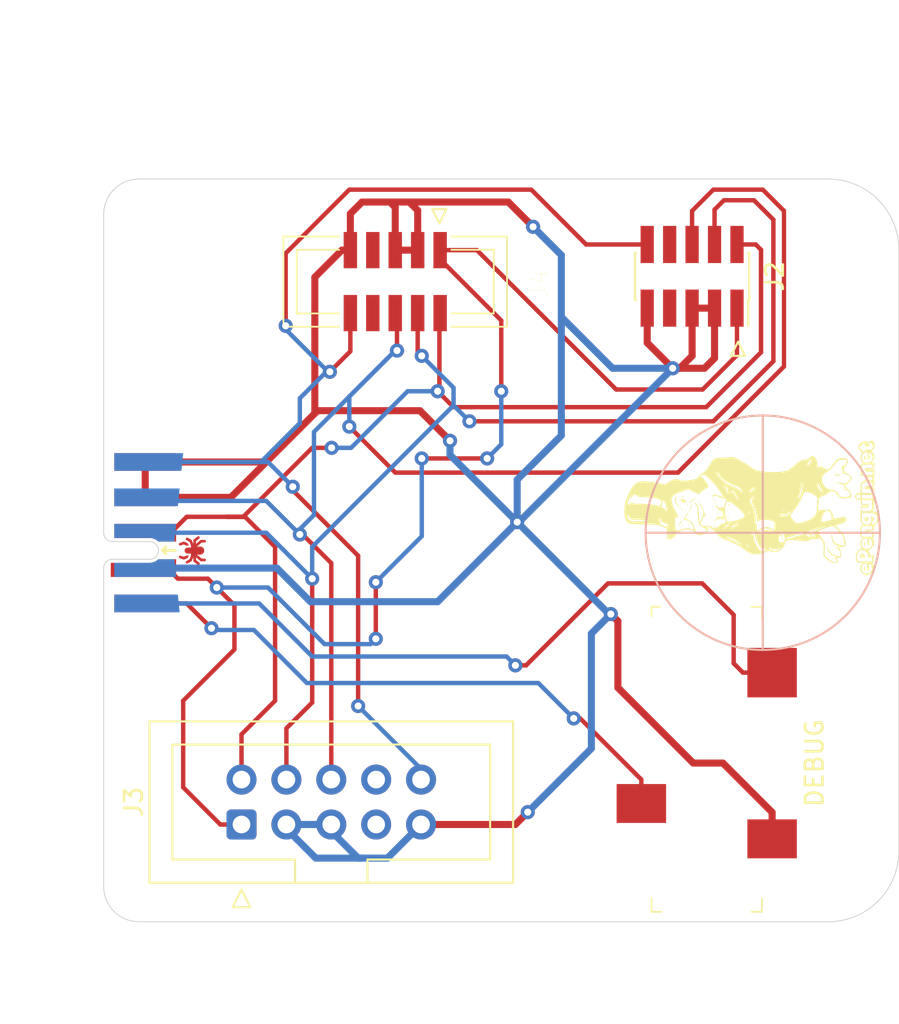
<source format=kicad_pcb>
(kicad_pcb (version 20171130) (host pcbnew "(5.1.5)-3")

  (general
    (thickness 1.6)
    (drawings 15)
    (tracks 235)
    (zones 0)
    (modules 8)
    (nets 11)
  )

  (page A4)
  (layers
    (0 F.Cu signal)
    (31 B.Cu signal)
    (32 B.Adhes user)
    (33 F.Adhes user)
    (34 B.Paste user)
    (35 F.Paste user)
    (36 B.SilkS user)
    (37 F.SilkS user)
    (38 B.Mask user)
    (39 F.Mask user)
    (40 Dwgs.User user)
    (41 Cmts.User user)
    (42 Eco1.User user)
    (43 Eco2.User user)
    (44 Edge.Cuts user)
    (45 Margin user)
    (46 B.CrtYd user)
    (47 F.CrtYd user)
    (48 B.Fab user)
    (49 F.Fab user)
  )

  (setup
    (last_trace_width 0.25)
    (trace_clearance 0.2)
    (zone_clearance 0.508)
    (zone_45_only no)
    (trace_min 0.2)
    (via_size 0.8)
    (via_drill 0.4)
    (via_min_size 0.4)
    (via_min_drill 0.3)
    (uvia_size 0.3)
    (uvia_drill 0.1)
    (uvias_allowed no)
    (uvia_min_size 0.2)
    (uvia_min_drill 0.1)
    (edge_width 0.05)
    (segment_width 0.2)
    (pcb_text_width 0.3)
    (pcb_text_size 1.5 1.5)
    (mod_edge_width 0.12)
    (mod_text_size 1 1)
    (mod_text_width 0.15)
    (pad_size 0.76 2.05)
    (pad_drill 0)
    (pad_to_mask_clearance 0)
    (aux_axis_origin 0 0)
    (visible_elements 7FFFFFFF)
    (pcbplotparams
      (layerselection 0x010f0_ffffffff)
      (usegerberextensions true)
      (usegerberattributes true)
      (usegerberadvancedattributes true)
      (creategerberjobfile false)
      (excludeedgelayer true)
      (linewidth 0.100000)
      (plotframeref false)
      (viasonmask false)
      (mode 1)
      (useauxorigin false)
      (hpglpennumber 1)
      (hpglpenspeed 20)
      (hpglpendiameter 15.000000)
      (psnegative false)
      (psa4output false)
      (plotreference true)
      (plotvalue true)
      (plotinvisibletext false)
      (padsonsilk false)
      (subtractmaskfromsilk false)
      (outputformat 1)
      (mirror false)
      (drillshape 0)
      (scaleselection 1)
      (outputdirectory "gerbers/"))
  )

  (net 0 "")
  (net 1 /DEBUG_RX)
  (net 2 GND)
  (net 3 /DEBUG_TX)
  (net 4 "Net-(J1-Pad6)")
  (net 5 "Net-(J1-Pad10)")
  (net 6 "Net-(J1-Pad4)")
  (net 7 "Net-(J1-Pad2)")
  (net 8 "Net-(J1-Pad1)")
  (net 9 "Net-(J2-Pad7)")
  (net 10 "Net-(J2-Pad8)")

  (net_class Default "This is the default net class."
    (clearance 0.2)
    (trace_width 0.25)
    (via_dia 0.8)
    (via_drill 0.4)
    (uvia_dia 0.3)
    (uvia_drill 0.1)
    (add_net /DEBUG_RX)
    (add_net /DEBUG_TX)
    (add_net "Net-(J1-Pad1)")
    (add_net "Net-(J1-Pad10)")
    (add_net "Net-(J1-Pad2)")
    (add_net "Net-(J1-Pad4)")
    (add_net "Net-(J1-Pad6)")
    (add_net "Net-(J2-Pad7)")
    (add_net "Net-(J2-Pad8)")
  )

  (net_class Power ""
    (clearance 0.2)
    (trace_width 0.4)
    (via_dia 0.8)
    (via_drill 0.4)
    (uvia_dia 0.3)
    (uvia_drill 0.1)
    (add_net GND)
  )

  (module digikey-footprints:Switch_Slide_11.6x4mm_SJ-3523-SMT (layer F.Cu) (tedit 5D28A6C6) (tstamp 5FC47D06)
    (at 135.128 83.312 90)
    (path /5FC7E02A)
    (attr smd)
    (fp_text reference CON1 (at 3.375 -5.975 90) (layer F.SilkS) hide
      (effects (font (size 1 1) (thickness 0.15)))
    )
    (fp_text value SJ-3523-SMT-TR (at 2.825 6.2 90) (layer F.Fab)
      (effects (font (size 1 1) (thickness 0.15)))
    )
    (fp_line (start 11 -3) (end 11 3) (layer F.Fab) (width 0.1))
    (fp_line (start 11 3) (end -6 3) (layer F.Fab) (width 0.1))
    (fp_line (start 11 -3) (end -6 -3) (layer F.Fab) (width 0.1))
    (fp_line (start -6 -3) (end -6 3) (layer F.Fab) (width 0.1))
    (fp_line (start -3.5 -3) (end -3.5 3) (layer F.Fab) (width 0.1))
    (fp_line (start 11.125 -3.125) (end 11.125 -2.65) (layer F.SilkS) (width 0.1))
    (fp_line (start 10.575 -3.125) (end 11.125 -3.125) (layer F.SilkS) (width 0.1))
    (fp_line (start 11.125 3.125) (end 10.45 3.125) (layer F.SilkS) (width 0.1))
    (fp_line (start 11.125 2.525) (end 11.125 3.125) (layer F.SilkS) (width 0.1))
    (fp_line (start -6.125 -3.125) (end -6.125 -2.55) (layer F.SilkS) (width 0.1))
    (fp_line (start -5.35 -3.125) (end -6.125 -3.125) (layer F.SilkS) (width 0.1))
    (fp_line (start -6.125 3.125) (end -5.4 3.125) (layer F.SilkS) (width 0.1))
    (fp_line (start -6.125 2.525) (end -6.125 3.125) (layer F.SilkS) (width 0.1))
    (fp_line (start -6.3 -5.35) (end 11.25 -5.35) (layer F.CrtYd) (width 0.05))
    (fp_line (start 11.25 5.35) (end 11.25 -5.35) (layer F.CrtYd) (width 0.05))
    (fp_line (start -6.3 -5.35) (end -6.3 5.35) (layer F.CrtYd) (width 0.05))
    (fp_line (start -6.3 5.35) (end 11.25 5.35) (layer F.CrtYd) (width 0.05))
    (fp_text user DEBUG (at 2.286 6.096 90) (layer F.SilkS)
      (effects (font (size 1 1) (thickness 0.15)))
    )
    (pad "" np_thru_hole circle (at 6.1 0 90) (size 1.7 1.7) (drill 1.7) (layers *.Cu *.Mask))
    (pad "" np_thru_hole circle (at -0.9 0 90) (size 1.7 1.7) (drill 1.7) (layers *.Cu *.Mask))
    (pad 2 smd rect (at 7.4 3.7 90) (size 2.8 2.8) (layers F.Cu F.Paste F.Mask)
      (net 1 /DEBUG_RX))
    (pad 1 smd rect (at -2 3.7 90) (size 2.2 2.8) (layers F.Cu F.Paste F.Mask)
      (net 2 GND))
    (pad 3 smd rect (at 0 -3.7 90) (size 2.2 2.8) (layers F.Cu F.Paste F.Mask)
      (net 3 /DEBUG_TX))
    (model ${PENG3D}/CUI_DEVICES_SJ-3524-SMT-TR.step
      (offset (xyz -4.5 0 0))
      (scale (xyz 1 1 1))
      (rotate (xyz -90 0 0))
    )
  )

  (module plib:epenguin_logo (layer F.Cu) (tedit 0) (tstamp 5FC4BDCA)
    (at 136.9 66.7 90)
    (fp_text reference G*** (at 0 0 90) (layer F.SilkS) hide
      (effects (font (size 1.524 1.524) (thickness 0.3)))
    )
    (fp_text value LOGO (at 0.75 0 90) (layer F.SilkS) hide
      (effects (font (size 1.524 1.524) (thickness 0.3)))
    )
    (fp_poly (pts (xy 0.086749 -6.424058) (xy 0.323892 -6.39279) (xy 0.434502 -6.368272) (xy 0.642631 -6.301386)
      (xy 0.866323 -6.208284) (xy 1.083779 -6.100203) (xy 1.273199 -5.988383) (xy 1.412786 -5.884062)
      (xy 1.452982 -5.843214) (xy 1.534486 -5.715368) (xy 1.588212 -5.575768) (xy 1.591514 -5.560324)
      (xy 1.60534 -5.385382) (xy 1.59627 -5.146895) (xy 1.565768 -4.862404) (xy 1.515299 -4.549451)
      (xy 1.500859 -4.474473) (xy 1.430028 -4.11782) (xy 1.582848 -3.895659) (xy 1.69871 -3.683629)
      (xy 1.734959 -3.500004) (xy 1.69164 -3.344504) (xy 1.677131 -3.321934) (xy 1.648325 -3.257131)
      (xy 1.636703 -3.158021) (xy 1.641183 -3.005827) (xy 1.651502 -2.877336) (xy 1.687601 -2.603763)
      (xy 1.738976 -2.39648) (xy 1.803603 -2.261076) (xy 1.879458 -2.203136) (xy 1.896411 -2.201333)
      (xy 1.974697 -2.15956) (xy 2.051138 -2.036462) (xy 2.053264 -2.031784) (xy 2.162677 -1.876367)
      (xy 2.351329 -1.715112) (xy 2.614362 -1.551969) (xy 2.697495 -1.508113) (xy 2.805007 -1.434471)
      (xy 2.880849 -1.350302) (xy 2.883848 -1.344985) (xy 2.905385 -1.266685) (xy 2.926113 -1.124591)
      (xy 2.943551 -0.939561) (xy 2.954463 -0.751585) (xy 2.975052 -0.251658) (xy 2.820993 0.060059)
      (xy 2.717461 0.25251) (xy 2.594965 0.45575) (xy 2.48169 0.623412) (xy 2.361565 0.789625)
      (xy 2.281409 0.91573) (xy 2.23004 1.029089) (xy 2.196279 1.157065) (xy 2.168944 1.327021)
      (xy 2.156437 1.419408) (xy 2.131665 1.682955) (xy 2.122767 1.963413) (xy 2.128824 2.239769)
      (xy 2.148916 2.491011) (xy 2.182123 2.69613) (xy 2.217379 2.812576) (xy 2.282404 2.926153)
      (xy 2.387026 3.068792) (xy 2.50956 3.211137) (xy 2.519768 3.221927) (xy 2.673598 3.395244)
      (xy 2.770345 3.539223) (xy 2.820934 3.674953) (xy 2.836294 3.823526) (xy 2.836334 3.832947)
      (xy 2.858334 3.957782) (xy 2.936316 4.042766) (xy 2.94437 4.04817) (xy 3.026667 4.136124)
      (xy 3.03663 4.232996) (xy 2.984189 4.32767) (xy 2.879273 4.409029) (xy 2.731808 4.465956)
      (xy 2.552152 4.487334) (xy 2.440968 4.490169) (xy 2.397192 4.507811) (xy 2.403571 4.553962)
      (xy 2.420226 4.59212) (xy 2.442652 4.668341) (xy 2.426528 4.745088) (xy 2.364565 4.853062)
      (xy 2.354726 4.868029) (xy 2.284554 4.992411) (xy 2.269342 5.077543) (xy 2.281021 5.112493)
      (xy 2.378263 5.235473) (xy 2.52664 5.358143) (xy 2.6557 5.435598) (xy 2.801485 5.553889)
      (xy 2.89207 5.724622) (xy 2.921887 5.931645) (xy 2.894318 6.12775) (xy 2.838505 6.205298)
      (xy 2.739346 6.223766) (xy 2.612802 6.184495) (xy 2.479401 6.092869) (xy 2.335881 5.996997)
      (xy 2.216229 5.982051) (xy 2.120946 6.048002) (xy 2.079835 6.117167) (xy 2.00241 6.251141)
      (xy 1.911522 6.361242) (xy 1.826552 6.425996) (xy 1.793261 6.434667) (xy 1.723764 6.406256)
      (xy 1.628532 6.336295) (xy 1.532752 6.247693) (xy 1.461616 6.16336) (xy 1.439334 6.112781)
      (xy 1.40979 6.060672) (xy 1.340484 6.052723) (xy 1.260401 6.08368) (xy 1.198525 6.148285)
      (xy 1.194056 6.157261) (xy 1.091313 6.288937) (xy 0.929567 6.385732) (xy 0.844058 6.413221)
      (xy 0.757044 6.417804) (xy 0.702084 6.363102) (xy 0.685308 6.329429) (xy 0.644524 6.170879)
      (xy 0.639036 5.990167) (xy 0.720893 5.990167) (xy 0.733697 6.187542) (xy 0.772865 6.3066)
      (xy 0.839235 6.349755) (xy 0.845895 6.35) (xy 0.93967 6.322886) (xy 1.036301 6.257068)
      (xy 1.10932 6.17583) (xy 1.132263 6.102457) (xy 1.131457 6.098763) (xy 1.140162 6.045804)
      (xy 1.213442 6.021382) (xy 1.242227 6.018556) (xy 1.328861 6.009306) (xy 1.383679 5.985487)
      (xy 1.423827 5.928247) (xy 1.466455 5.818735) (xy 1.492292 5.743643) (xy 1.526767 5.646187)
      (xy 1.545526 5.605609) (xy 1.548681 5.628013) (xy 1.536343 5.7195) (xy 1.508624 5.886172)
      (xy 1.496235 5.95806) (xy 1.491207 6.053191) (xy 1.524323 6.134027) (xy 1.609331 6.232055)
      (xy 1.62101 6.24381) (xy 1.713675 6.32954) (xy 1.784336 6.382532) (xy 1.805517 6.391003)
      (xy 1.853714 6.359155) (xy 1.915745 6.287576) (xy 1.976015 6.1758) (xy 2.024289 6.038885)
      (xy 2.027909 6.024323) (xy 2.052205 5.935451) (xy 2.067833 5.905124) (xy 2.070081 5.912252)
      (xy 2.096348 5.936571) (xy 2.177361 5.93082) (xy 2.287786 5.905029) (xy 2.411246 5.874357)
      (xy 2.471072 5.86893) (xy 2.485126 5.891035) (xy 2.47573 5.929095) (xy 2.479751 5.998938)
      (xy 2.548524 6.067686) (xy 2.59036 6.094909) (xy 2.715595 6.162802) (xy 2.789652 6.172017)
      (xy 2.825498 6.114628) (xy 2.836101 5.98271) (xy 2.836334 5.944577) (xy 2.830213 5.79846)
      (xy 2.804171 5.703335) (xy 2.746685 5.625946) (xy 2.715329 5.595327) (xy 2.590689 5.49251)
      (xy 2.456152 5.399916) (xy 2.451596 5.397182) (xy 2.352375 5.313727) (xy 2.240502 5.183141)
      (xy 2.155639 5.058892) (xy 2.03077 4.883995) (xy 1.903942 4.782679) (xy 1.756908 4.74544)
      (xy 1.582906 4.760569) (xy 1.429024 4.819487) (xy 1.290011 4.924097) (xy 1.187565 5.052902)
      (xy 1.143379 5.184404) (xy 1.143 5.19645) (xy 1.113105 5.404013) (xy 1.028516 5.566316)
      (xy 0.916161 5.658693) (xy 0.800644 5.728505) (xy 0.742236 5.805086) (xy 0.722289 5.920091)
      (xy 0.720893 5.990167) (xy 0.639036 5.990167) (xy 0.638744 5.980557) (xy 0.668591 5.804066)
      (xy 0.677742 5.777424) (xy 0.750139 5.678194) (xy 0.843976 5.618391) (xy 0.976749 5.530786)
      (xy 1.044236 5.404271) (xy 1.043675 5.257023) (xy 0.972306 5.10722) (xy 0.929294 5.056729)
      (xy 0.840936 4.938167) (xy 0.793317 4.819396) (xy 0.790821 4.800858) (xy 0.781696 4.775125)
      (xy 1.022993 4.775125) (xy 1.063159 4.772194) (xy 1.155842 4.719473) (xy 1.218573 4.677834)
      (xy 1.32539 4.612957) (xy 1.408881 4.575587) (xy 1.427994 4.572) (xy 1.477709 4.54558)
      (xy 1.481667 4.529667) (xy 1.450986 4.494816) (xy 1.373367 4.500072) (xy 1.270446 4.535881)
      (xy 1.163856 4.592688) (xy 1.075233 4.66094) (xy 1.026319 4.73075) (xy 1.022993 4.775125)
      (xy 0.781696 4.775125) (xy 0.753685 4.696135) (xy 0.655855 4.619969) (xy 0.489979 4.568811)
      (xy 0.248707 4.539114) (xy 0.24854 4.539102) (xy -0.036859 4.518682) (xy -0.016766 4.85846)
      (xy -0.008244 5.028433) (xy -0.010519 5.135909) (xy -0.028359 5.202843) (xy -0.066531 5.251189)
      (xy -0.109879 5.287286) (xy -0.241616 5.354135) (xy -0.365542 5.376334) (xy -0.446419 5.38168)
      (xy -0.491683 5.407761) (xy -0.504308 5.469639) (xy -0.487269 5.582377) (xy -0.443539 5.761039)
      (xy -0.442383 5.765502) (xy -0.407675 5.948295) (xy -0.418487 6.06514) (xy -0.477638 6.123197)
      (xy -0.585778 6.12989) (xy -0.643939 6.112565) (xy -0.690517 6.065432) (xy -0.736508 5.971449)
      (xy -0.792907 5.813574) (xy -0.79615 5.803839) (xy -0.90033 5.490511) (xy -1.116915 5.725011)
      (xy -1.258903 5.865904) (xy -1.385395 5.956156) (xy -1.526711 6.016326) (xy -1.563433 6.027756)
      (xy -1.792722 6.084501) (xy -1.954533 6.096254) (xy -2.054279 6.061098) (xy -2.097373 5.977114)
      (xy -2.089226 5.842386) (xy -2.089057 5.841537) (xy -2.08075 5.75261) (xy -2.111278 5.720416)
      (xy -2.19267 5.741121) (xy -2.27852 5.781114) (xy -2.414323 5.823061) (xy -2.562835 5.834595)
      (xy -2.570774 5.83403) (xy -2.674529 5.819566) (xy -2.716073 5.78613) (xy -2.717849 5.713374)
      (xy -2.716553 5.701868) (xy -2.712898 5.624466) (xy -2.742189 5.597558) (xy -2.826968 5.60631)
      (xy -2.854136 5.611329) (xy -2.954136 5.6254) (xy -2.996302 5.605098) (xy -3.00414 5.544848)
      (xy -2.966718 5.544848) (xy -2.95504 5.568071) (xy -2.907174 5.567533) (xy -2.812807 5.542553)
      (xy -2.791208 5.535199) (xy -2.683951 5.4969) (xy -2.632905 5.47192) (xy -2.615085 5.443636)
      (xy -2.608692 5.403199) (xy -2.562176 5.308442) (xy -2.464935 5.203411) (xy -2.34426 5.110576)
      (xy -2.227448 5.052407) (xy -2.171681 5.043432) (xy -2.092862 5.048527) (xy -2.095681 5.055916)
      (xy -2.159 5.068112) (xy -2.290519 5.127285) (xy -2.423812 5.245771) (xy -2.53794 5.401319)
      (xy -2.601783 5.538682) (xy -2.647092 5.678556) (xy -2.661059 5.756746) (xy -2.641335 5.791115)
      (xy -2.585574 5.799526) (xy -2.567484 5.799667) (xy -2.440348 5.785129) (xy -2.3253 5.748525)
      (xy -2.246601 5.700371) (xy -2.227959 5.652538) (xy -2.217634 5.583518) (xy -2.197678 5.564575)
      (xy -2.165435 5.556757) (xy -2.173382 5.577023) (xy -2.16416 5.626009) (xy -2.128123 5.649368)
      (xy -2.050867 5.641233) (xy -1.984561 5.581775) (xy -1.959066 5.502199) (xy -1.964215 5.478067)
      (xy -1.944135 5.427864) (xy -1.87235 5.378804) (xy -1.768994 5.340898) (xy -1.648342 5.309131)
      (xy -1.534141 5.287797) (xy -1.450138 5.281189) (xy -1.420079 5.293601) (xy -1.421659 5.297318)
      (xy -1.478464 5.328875) (xy -1.520181 5.334) (xy -1.707243 5.367641) (xy -1.850382 5.47022)
      (xy -1.951933 5.644216) (xy -2.007731 5.852584) (xy -2.035836 6.011334) (xy -1.865441 6.011334)
      (xy -1.706653 5.99412) (xy -1.547707 5.952166) (xy -1.534444 5.947073) (xy -1.42943 5.887255)
      (xy -1.303991 5.790211) (xy -1.174487 5.672305) (xy -1.057278 5.549899) (xy -0.968722 5.439359)
      (xy -0.925181 5.357046) (xy -0.923883 5.336361) (xy -0.942151 5.267344) (xy -0.978868 5.140837)
      (xy -1.027216 4.98016) (xy -1.045289 4.92125) (xy -1.103215 4.745529) (xy -1.149751 4.63818)
      (xy -1.192558 4.585081) (xy -1.234758 4.572) (xy -1.353917 4.599398) (xy -1.506357 4.672428)
      (xy -1.665006 4.777343) (xy -1.710365 4.813482) (xy -1.77658 4.862634) (xy -1.845491 4.8921)
      (xy -1.93933 4.905918) (xy -2.080332 4.908125) (xy -2.214638 4.90505) (xy -2.596048 4.894047)
      (xy -2.757386 5.075853) (xy -2.846176 5.196904) (xy -2.916948 5.331074) (xy -2.960271 5.454883)
      (xy -2.966718 5.544848) (xy -3.00414 5.544848) (xy -3.005567 5.533882) (xy -3.005666 5.510801)
      (xy -2.974725 5.309108) (xy -2.876163 5.119581) (xy -2.759729 4.981533) (xy -2.670789 4.893151)
      (xy -2.600964 4.847151) (xy -2.518884 4.833379) (xy -2.393175 4.841681) (xy -2.343534 4.846825)
      (xy -2.100025 4.852607) (xy -1.889767 4.819322) (xy -1.731341 4.750898) (xy -1.678654 4.706169)
      (xy -1.633492 4.633208) (xy -1.638692 4.545794) (xy -1.654124 4.496568) (xy -1.675013 4.37187)
      (xy -1.566333 4.37187) (xy -1.537579 4.377611) (xy -1.468502 4.346406) (xy -1.384877 4.294221)
      (xy -1.312481 4.237017) (xy -1.277779 4.19317) (xy -1.296041 4.152563) (xy -1.31666 4.148667)
      (xy -1.38405 4.176649) (xy -1.468689 4.242174) (xy -1.539667 4.31761) (xy -1.566333 4.37187)
      (xy -1.675013 4.37187) (xy -1.6776 4.356428) (xy -1.657389 4.288588) (xy -1.641023 4.211187)
      (xy -1.679009 4.110281) (xy -1.688679 4.093813) (xy -1.524 4.093813) (xy -1.516569 4.166258)
      (xy -1.484765 4.166968) (xy -1.4605 4.148667) (xy -1.413531 4.069631) (xy -1.397 3.97415)
      (xy -1.408384 3.887226) (xy -1.434804 3.852334) (xy -1.48334 3.890683) (xy -1.515579 3.990529)
      (xy -1.524 4.093813) (xy -1.688679 4.093813) (xy -1.70184 4.071403) (xy -1.737908 4.008244)
      (xy -1.760254 3.946791) (xy -1.769801 3.869197) (xy -1.767473 3.757613) (xy -1.754195 3.594193)
      (xy -1.736024 3.411341) (xy -1.712723 3.157205) (xy -1.706861 2.972052) (xy -1.724696 2.840939)
      (xy -1.772484 2.748925) (xy -1.817996 2.712156) (xy -1.666419 2.712156) (xy -1.66113 2.757325)
      (xy -1.634121 2.86632) (xy -1.589861 3.022449) (xy -1.536867 3.196167) (xy -1.386612 3.67322)
      (xy -1.2598 4.073711) (xy -1.155002 4.402006) (xy -1.070787 4.662473) (xy -1.005726 4.85948)
      (xy -0.958388 4.997394) (xy -0.927343 5.080584) (xy -0.911162 5.113416) (xy -0.908923 5.114034)
      (xy -0.916177 5.07095) (xy -0.944435 4.956985) (xy -0.990878 4.782504) (xy -1.006101 4.727176)
      (xy -0.691398 4.727176) (xy -0.690529 4.773336) (xy -0.672581 4.878575) (xy -0.642032 5.017534)
      (xy -0.576441 5.291667) (xy -0.395703 5.291667) (xy -0.244058 5.273131) (xy -0.139896 5.210528)
      (xy -0.128649 5.199018) (xy -0.057375 5.100295) (xy -0.055364 5.012913) (xy -0.123406 4.90987)
      (xy -0.137583 4.893754) (xy -0.269566 4.801552) (xy -0.454003 4.749202) (xy -0.58058 4.730593)
      (xy -0.668029 4.723895) (xy -0.691398 4.727176) (xy -1.006101 4.727176) (xy -1.052686 4.55787)
      (xy -1.12704 4.293449) (xy -1.211117 3.999605) (xy -1.2287 3.938743) (xy -1.335682 3.57197)
      (xy -1.391978 3.383823) (xy -0.764405 3.383823) (xy -0.745052 3.536846) (xy -0.694882 3.728233)
      (xy -0.585053 4.026264) (xy -0.451351 4.245007) (xy -0.290955 4.387185) (xy -0.101045 4.455519)
      (xy 0.0635 4.459852) (xy 0.237223 4.456586) (xy 0.415747 4.471235) (xy 0.465667 4.479689)
      (xy 0.587961 4.499145) (xy 0.665694 4.487109) (xy 0.736176 4.433677) (xy 0.770424 4.398779)
      (xy 0.84996 4.286388) (xy 0.922963 4.135965) (xy 0.950341 4.058066) (xy 0.987198 3.925262)
      (xy 0.99148 3.906834) (xy 2.471389 3.906834) (xy 2.483407 3.945288) (xy 2.545809 4.006477)
      (xy 2.634635 4.072621) (xy 2.725925 4.125937) (xy 2.79572 4.148644) (xy 2.797248 4.148667)
      (xy 2.864377 4.141194) (xy 2.878667 4.131523) (xy 2.845407 4.099391) (xy 2.763243 4.046333)
      (xy 2.658601 3.986928) (xy 2.557906 3.935754) (xy 2.487585 3.90739) (xy 2.471389 3.906834)
      (xy 0.99148 3.906834) (xy 1.011021 3.822743) (xy 1.016 3.786901) (xy 0.979704 3.744695)
      (xy 0.886932 3.691806) (xy 0.814917 3.66148) (xy 0.528516 3.53241) (xy 0.294927 3.391726)
      (xy 0.600672 3.391726) (xy 0.613402 3.419792) (xy 0.617364 3.424184) (xy 0.72777 3.499785)
      (xy 0.897834 3.564476) (xy 1.102639 3.611353) (xy 1.317272 3.633512) (xy 1.375834 3.634347)
      (xy 1.672167 3.631987) (xy 1.354667 3.578104) (xy 1.033746 3.515853) (xy 0.777527 3.447989)
      (xy 0.656167 3.406194) (xy 0.600672 3.391726) (xy 0.294927 3.391726) (xy 0.229972 3.352606)
      (xy -0.030215 3.164855) (xy -0.15799 3.069671) (xy -0.259952 2.998726) (xy -0.317782 2.964635)
      (xy -0.322842 2.963334) (xy -0.37192 2.984523) (xy -0.468 3.039285) (xy -0.55721 3.094747)
      (xy -0.674653 3.181954) (xy -0.742328 3.271919) (xy -0.764405 3.383823) (xy -1.391978 3.383823)
      (xy -1.423017 3.280088) (xy -1.493149 3.056255) (xy -1.548517 2.893628) (xy -1.591566 2.785365)
      (xy -1.624735 2.724622) (xy -1.650468 2.704557) (xy -1.666419 2.712156) (xy -1.817996 2.712156)
      (xy -1.85648 2.681065) (xy -1.982941 2.622419) (xy -2.08183 2.585428) (xy -2.176089 2.520227)
      (xy -2.19459 2.49831) (xy -1.847997 2.49831) (xy -1.813892 2.611397) (xy -1.724785 2.660128)
      (xy -1.580819 2.644387) (xy -1.475394 2.606995) (xy -1.464573 2.601184) (xy -0.338018 2.601184)
      (xy -0.327968 2.748549) (xy -0.287724 2.852008) (xy -0.225336 2.928825) (xy -0.148623 2.99913)
      (xy -0.097672 3.028004) (xy -0.091114 3.026225) (xy -0.1021 2.984855) (xy -0.157158 2.912856)
      (xy -0.162111 2.907521) (xy -0.215519 2.832933) (xy -0.243924 2.736167) (xy -0.254128 2.590007)
      (xy -0.254203 2.582334) (xy -0.084666 2.582334) (xy -0.052452 2.623437) (xy -0.042333 2.624667)
      (xy -0.00123 2.592452) (xy 0 2.582334) (xy -0.032214 2.54123) (xy -0.042333 2.54)
      (xy -0.083436 2.572215) (xy -0.084666 2.582334) (xy -0.254203 2.582334) (xy -0.254648 2.537272)
      (xy -0.259144 2.389323) (xy -0.27238 2.3208) (xy -0.295331 2.326815) (xy -0.296333 2.328334)
      (xy -0.320684 2.406459) (xy -0.335738 2.532342) (xy -0.338018 2.601184) (xy -1.464573 2.601184)
      (xy -1.359321 2.544667) (xy -1.265027 2.47027) (xy -1.210965 2.401251) (xy -1.212076 2.358035)
      (xy -1.259875 2.362513) (xy -1.339221 2.410005) (xy -1.344878 2.414387) (xy -1.428543 2.469971)
      (xy -1.492797 2.496659) (xy -1.51946 2.490385) (xy -1.490349 2.447083) (xy -1.490133 2.446867)
      (xy -1.442377 2.374117) (xy -1.472459 2.326704) (xy -1.582211 2.302699) (xy -1.629834 2.299816)
      (xy -1.745071 2.301119) (xy -1.816495 2.312899) (xy -1.826959 2.320983) (xy -1.847997 2.49831)
      (xy -2.19459 2.49831) (xy -2.275681 2.402252) (xy -2.310067 2.34837) (xy -2.375063 2.229705)
      (xy -2.402324 2.140394) (xy -2.400612 2.10392) (xy -2.328333 2.10392) (xy -2.314183 2.188466)
      (xy -2.279627 2.290547) (xy -2.236504 2.383506) (xy -2.196653 2.440687) (xy -2.176854 2.444966)
      (xy -2.177039 2.397005) (xy -2.20159 2.303809) (xy -2.206237 2.290129) (xy -2.234344 2.103992)
      (xy -2.207406 1.896208) (xy -2.179239 1.80975) (xy -2.173427 1.74906) (xy -2.192663 1.735667)
      (xy -2.235274 1.772798) (xy -2.27914 1.865042) (xy -2.31368 1.983678) (xy -2.328312 2.099985)
      (xy -2.328333 2.10392) (xy -2.400612 2.10392) (xy -2.397669 2.041228) (xy -2.373383 1.92177)
      (xy -2.346382 1.778989) (xy -2.34681 1.677639) (xy -2.378147 1.577945) (xy -2.409368 1.510336)
      (xy -2.445665 1.406344) (xy -2.36004 1.406344) (xy -2.35035 1.477798) (xy -2.314471 1.578058)
      (xy -2.276098 1.604055) (xy -2.248915 1.554347) (xy -2.243666 1.489046) (xy -2.209735 1.363478)
      (xy -2.148292 1.279826) (xy -2.029989 1.194548) (xy -1.941239 1.147041) (xy -1.27452 1.147041)
      (xy -1.272579 1.200065) (xy -1.227096 1.29209) (xy -1.164969 1.460002) (xy -1.150374 1.663696)
      (xy -1.18452 1.868082) (xy -1.205222 1.926167) (xy -1.22236 1.981754) (xy -1.196019 1.970065)
      (xy -1.188397 1.963217) (xy -1.1417 1.893947) (xy -1.091473 1.782661) (xy -1.081389 1.754809)
      (xy -1.051168 1.554146) (xy -1.102043 1.354383) (xy -1.163677 1.243639) (xy -1.234275 1.158552)
      (xy -1.27452 1.147041) (xy -1.941239 1.147041) (xy -1.864427 1.105925) (xy -1.79839 1.07762)
      (xy -1.185333 1.07762) (xy -1.163694 1.121158) (xy -1.109122 1.208437) (xy -1.0795 1.252861)
      (xy -0.991739 1.451561) (xy -0.979026 1.663837) (xy -1.042111 1.866697) (xy -1.058491 1.89544)
      (xy -1.11289 1.98942) (xy -1.141647 2.048381) (xy -1.143 2.05419) (xy -1.104732 2.065297)
      (xy -1.006157 2.072613) (xy -0.913668 2.074334) (xy -0.684336 2.074334) (xy -0.611524 1.883679)
      (xy -0.570648 1.705562) (xy -0.562318 1.49724) (xy -0.585261 1.295475) (xy -0.637382 1.138549)
      (xy -0.655352 1.090782) (xy -0.631193 1.067003) (xy -0.548144 1.058994) (xy -0.473783 1.058334)
      (xy -0.250526 1.032582) (xy 0.014738 0.959796) (xy 0.298591 0.846676) (xy 0.349349 0.82279)
      (xy 0.453096 0.776885) (xy 0.52124 0.77159) (xy 0.594223 0.810289) (xy 0.645683 0.847572)
      (xy 0.783167 0.94892) (xy 0.715095 0.844877) (xy 0.629902 0.748958) (xy 0.550522 0.691693)
      (xy 0.466647 0.665995) (xy 0.393712 0.700194) (xy 0.36609 0.724472) (xy 0.241067 0.804888)
      (xy 0.058097 0.878979) (xy -0.156103 0.93957) (xy -0.374816 0.979485) (xy -0.571328 0.991551)
      (xy -0.618766 0.988959) (xy -0.755378 0.980387) (xy -0.816082 0.986716) (xy -0.808476 1.008886)
      (xy -0.804333 1.011952) (xy -0.786307 1.038601) (xy -0.833444 1.052933) (xy -0.955132 1.057654)
      (xy -0.963083 1.057685) (xy -1.087292 1.061363) (xy -1.167958 1.070114) (xy -1.185333 1.07762)
      (xy -1.79839 1.07762) (xy -1.684397 1.02876) (xy -1.52269 0.977853) (xy -1.45406 0.966457)
      (xy -1.321998 0.956394) (xy -1.283171 0.611335) (xy -0.211666 0.611335) (xy -0.197715 0.6725)
      (xy -0.166693 0.656982) (xy 0.987659 0.656982) (xy 1.003439 0.709109) (xy 1.074233 0.805794)
      (xy 1.146197 0.901151) (xy 1.187724 0.974962) (xy 1.191099 0.987498) (xy 1.201409 0.990789)
      (xy 1.216415 0.932718) (xy 1.206867 0.832598) (xy 1.12882 0.736203) (xy 1.121099 0.729463)
      (xy 1.028157 0.661684) (xy 0.987659 0.656982) (xy -0.166693 0.656982) (xy -0.161059 0.654164)
      (xy -0.149974 0.637925) (xy -0.155283 0.583555) (xy -0.168643 0.571927) (xy -0.205458 0.581124)
      (xy -0.211666 0.611335) (xy -1.283171 0.611335) (xy -1.272429 0.515878) (xy -1.253576 0.332561)
      (xy -1.241542 0.182983) (xy -1.237595 0.085467) (xy -1.240668 0.057554) (xy -1.256978 0.0858)
      (xy -1.281941 0.180861) (xy -1.312064 0.32576) (xy -1.343854 0.503519) (xy -1.373819 0.697164)
      (xy -1.377221 0.721344) (xy -1.396778 0.838303) (xy -1.425695 0.891916) (xy -1.484211 0.902804)
      (xy -1.549193 0.896565) (xy -1.697748 0.910171) (xy -1.877842 0.9713) (xy -2.061592 1.067167)
      (xy -2.221111 1.184984) (xy -2.259753 1.222365) (xy -2.337801 1.319663) (xy -2.36004 1.406344)
      (xy -2.445665 1.406344) (xy -2.510603 1.220301) (xy -2.528514 0.942319) (xy -2.463344 0.678515)
      (xy -2.387705 0.55203) (xy -2.138882 0.55203) (xy -2.121656 0.57017) (xy -2.056169 0.56924)
      (xy -1.97558 0.553388) (xy -1.913047 0.526763) (xy -1.908528 0.523212) (xy -1.930941 0.512084)
      (xy -2.001279 0.508) (xy -2.094113 0.523263) (xy -2.138882 0.55203) (xy -2.387705 0.55203)
      (xy -2.315336 0.431016) (xy -2.281434 0.390114) (xy -2.154061 0.217902) (xy -2.148213 0.208253)
      (xy -1.982765 0.208253) (xy -1.949435 0.177807) (xy -1.923066 0.148167) (xy -1.844888 0.040554)
      (xy -1.807783 -0.021166) (xy -1.227666 -0.021166) (xy -1.2065 0) (xy -1.185333 -0.021166)
      (xy -1.2065 -0.042333) (xy -1.227666 -0.021166) (xy -1.807783 -0.021166) (xy -1.755363 -0.108357)
      (xy -1.690472 -0.232833) (xy -1.652273 -0.320983) (xy -1.00887 -0.320983) (xy -0.97546 -0.238757)
      (xy -0.901104 -0.109566) (xy -0.822122 0.01172) (xy -0.778981 0.059397) (xy -0.775237 0.034605)
      (xy -0.814443 -0.061517) (xy -0.846668 -0.127002) (xy -0.896347 -0.244328) (xy -0.91769 -0.336625)
      (xy -0.915277 -0.361782) (xy -0.920359 -0.401021) (xy -0.954656 -0.395481) (xy -1.000851 -0.367434)
      (xy -1.00887 -0.320983) (xy -1.652273 -0.320983) (xy -1.622153 -0.390488) (xy -1.568855 -0.541706)
      (xy -1.54576 -0.635) (xy -1.535956 -0.711778) (xy -1.542965 -0.724956) (xy -1.572515 -0.669386)
      (xy -1.616444 -0.5715) (xy -1.682436 -0.428107) (xy -1.769949 -0.246274) (xy -1.861323 -0.06262)
      (xy -1.87164 -0.042333) (xy -1.94591 0.105751) (xy -1.982271 0.186757) (xy -1.982765 0.208253)
      (xy -2.148213 0.208253) (xy -2.015605 -0.01054) (xy -1.879243 -0.270326) (xy -1.758152 -0.53657)
      (xy -1.675202 -0.754907) (xy -1.657081 -0.803169) (xy -1.012182 -0.803169) (xy -0.990072 -0.683093)
      (xy -0.928504 -0.577063) (xy -0.84718 -0.514376) (xy -0.81368 -0.508) (xy -0.786803 -0.514468)
      (xy -0.668603 -0.514468) (xy -0.658757 -0.378395) (xy -0.656886 -0.359922) (xy -0.62171 -0.153271)
      (xy -0.564493 0.040947) (xy -0.49292 0.205741) (xy -0.414674 0.324122) (xy -0.337441 0.3791)
      (xy -0.321764 0.381) (xy -0.27261 0.35236) (xy -0.229052 0.315747) (xy 0.9525 0.315747)
      (xy 1.084497 0.222469) (xy 1.191213 0.133148) (xy 1.274301 0.040548) (xy 1.279553 0.032845)
      (xy 1.326417 -0.061388) (xy 1.379708 -0.201005) (xy 1.412224 -0.30314) (xy 1.461178 -0.425042)
      (xy 1.539282 -0.570946) (xy 1.633659 -0.721868) (xy 1.731433 -0.858819) (xy 1.819725 -0.962814)
      (xy 1.88566 -1.014867) (xy 1.896743 -1.017522) (xy 1.945043 -1.043535) (xy 2.0284 -1.106254)
      (xy 2.053167 -1.126846) (xy 2.130977 -1.194862) (xy 2.146765 -1.219972) (xy 2.103562 -1.213458)
      (xy 2.074334 -1.205593) (xy 1.996209 -1.163307) (xy 1.880601 -1.076081) (xy 1.748484 -0.960222)
      (xy 1.704419 -0.918073) (xy 1.555039 -0.761768) (xy 1.454914 -0.62717) (xy 1.384892 -0.486098)
      (xy 1.35504 -0.403887) (xy 1.291558 -0.231827) (xy 1.219101 -0.08218) (xy 1.120541 0.077208)
      (xy 1.02756 0.21079) (xy 0.9525 0.315747) (xy -0.229052 0.315747) (xy -0.181184 0.275512)
      (xy -0.063067 0.164066) (xy 0.005395 0.09525) (xy 0.066592 0.029047) (xy 0.520947 0.029047)
      (xy 0.528884 0.036952) (xy 0.598114 0.006482) (xy 0.734626 -0.064169) (xy 0.740834 -0.067465)
      (xy 0.886166 -0.14643) (xy 1.003608 -0.213477) (xy 1.071819 -0.256345) (xy 1.077961 -0.261189)
      (xy 1.077813 -0.312179) (xy 1.013886 -0.39497) (xy 0.994967 -0.413327) (xy 0.935883 -0.464675)
      (xy 0.92723 -0.462774) (xy 0.94359 -0.441166) (xy 1.003445 -0.350488) (xy 0.998227 -0.285105)
      (xy 0.921181 -0.226353) (xy 0.854067 -0.193837) (xy 0.713358 -0.117521) (xy 0.582188 -0.026878)
      (xy 0.568317 -0.015428) (xy 0.520947 0.029047) (xy 0.066592 0.029047) (xy 0.145655 -0.056482)
      (xy 0.26869 -0.203701) (xy 0.367709 -0.336059) (xy 0.43592 -0.443211) (xy 0.466535 -0.514807)
      (xy 0.452761 -0.540502) (xy 0.41275 -0.525454) (xy 0.381009 -0.512761) (xy 0.410676 -0.550351)
      (xy 0.41275 -0.552589) (xy 0.417805 -0.55961) (xy 0.783167 -0.55961) (xy 0.980693 -0.554971)
      (xy 1.10087 -0.557799) (xy 1.181332 -0.584789) (xy 1.254883 -0.653065) (xy 1.316489 -0.73025)
      (xy 1.45476 -0.910166) (xy 1.306515 -0.771679) (xy 1.120225 -0.646281) (xy 0.970719 -0.596401)
      (xy 0.783167 -0.55961) (xy 0.417805 -0.55961) (xy 0.457913 -0.615314) (xy 0.465667 -0.638877)
      (xy 0.427013 -0.670459) (xy 0.325755 -0.698946) (xy 0.183949 -0.722356) (xy 0.023649 -0.738707)
      (xy -0.133089 -0.746015) (xy -0.264209 -0.7423) (xy -0.347657 -0.725577) (xy -0.363693 -0.713421)
      (xy -0.40071 -0.692855) (xy -0.420577 -0.715207) (xy -0.468806 -0.728631) (xy -0.537779 -0.679943)
      (xy -0.610503 -0.629888) (xy -0.656873 -0.626966) (xy -0.667975 -0.603485) (xy -0.668603 -0.514468)
      (xy -0.786803 -0.514468) (xy -0.77592 -0.517087) (xy -0.806885 -0.551817) (xy -0.836528 -0.573397)
      (xy -0.914834 -0.660719) (xy -0.96913 -0.77448) (xy -0.995508 -0.858476) (xy -1.007546 -0.865266)
      (xy -1.012182 -0.803169) (xy -1.657081 -0.803169) (xy -1.614499 -0.916575) (xy -1.548791 -1.030152)
      (xy -1.45428 -1.128712) (xy -1.340494 -1.220076) (xy -1.222115 -1.316472) (xy -1.136423 -1.397907)
      (xy -1.100832 -1.447716) (xy -1.100667 -1.449576) (xy -1.075116 -1.517214) (xy -1.042174 -1.563)
      (xy -0.985121 -1.649619) (xy -0.951696 -1.739401) (xy -0.949634 -1.80445) (xy -0.970814 -1.820333)
      (xy -1.011324 -1.786275) (xy -1.016 -1.759332) (xy -1.037531 -1.687076) (xy -1.102146 -1.687638)
      (xy -1.209879 -1.761025) (xy -1.267327 -1.812932) (xy -1.370686 -1.921301) (xy -1.422357 -2.011621)
      (xy -1.438798 -2.116087) (xy -1.439333 -2.149421) (xy -1.436973 -2.164487) (xy -1.346762 -2.164487)
      (xy -1.343882 -2.023735) (xy -1.30283 -1.92434) (xy -1.265299 -1.878829) (xy -1.190487 -1.809274)
      (xy -1.138264 -1.77812) (xy -1.136481 -1.778) (xy -1.09844 -1.812297) (xy -1.04214 -1.89885)
      (xy -1.016316 -1.946714) (xy -0.934905 -2.081434) (xy -0.841034 -2.172988) (xy -0.716987 -2.229303)
      (xy -0.545045 -2.258308) (xy -0.307489 -2.267929) (xy -0.298206 -2.268008) (xy -0.052461 -2.277294)
      (xy 0.126407 -2.303749) (xy 0.255251 -2.351985) (xy 0.350926 -2.426611) (xy 0.373076 -2.451665)
      (xy 0.41294 -2.491812) (xy 0.414052 -2.463076) (xy 0.41274 -2.457909) (xy 0.36954 -2.391213)
      (xy 0.287646 -2.315472) (xy 0.286316 -2.314475) (xy 0.215998 -2.274192) (xy 0.121151 -2.247279)
      (xy -0.017293 -2.230372) (xy -0.218401 -2.220111) (xy -0.255544 -2.218925) (xy -0.437291 -2.211949)
      (xy -0.584679 -2.203497) (xy -0.679038 -2.194804) (xy -0.703492 -2.189286) (xy -0.685596 -2.158649)
      (xy -0.610251 -2.110267) (xy -0.499855 -2.054542) (xy -0.37681 -2.001876) (xy -0.263516 -1.962672)
      (xy -0.182476 -1.947333) (xy -0.076737 -1.969918) (xy 0.059199 -2.027731) (xy 0.141349 -2.074333)
      (xy 0.256312 -2.143886) (xy 0.341957 -2.189553) (xy 0.371887 -2.20025) (xy 0.375852 -2.183014)
      (xy 0.321343 -2.140796) (xy 0.226985 -2.083597) (xy 0.111404 -2.021418) (xy -0.006774 -1.964262)
      (xy -0.108923 -1.922129) (xy -0.176416 -1.905022) (xy -0.177955 -1.905) (xy -0.27257 -1.885277)
      (xy -0.301244 -1.830916) (xy -0.307837 -1.78161) (xy -0.321637 -1.815343) (xy -0.324726 -1.826824)
      (xy -0.374254 -1.89693) (xy -0.473252 -1.979885) (xy -0.592899 -2.056314) (xy -0.704369 -2.106841)
      (xy -0.755909 -2.116666) (xy -0.840122 -2.095835) (xy -0.890745 -2.025341) (xy -0.912977 -1.893181)
      (xy -0.914273 -1.751148) (xy -0.915322 -1.601671) (xy -0.929588 -1.525309) (xy -0.959136 -1.51125)
      (xy -0.960029 -1.51158) (xy -1.008453 -1.496138) (xy -1.037602 -1.425268) (xy -1.042331 -1.327018)
      (xy -1.017497 -1.229439) (xy -1.01331 -1.221026) (xy -0.949074 -1.118547) (xy -0.865332 -1.006748)
      (xy -0.861544 -1.002168) (xy -0.793982 -0.893535) (xy -0.762328 -0.788646) (xy -0.762 -0.779918)
      (xy -0.735189 -0.697991) (xy -0.665436 -0.679206) (xy -0.568756 -0.725943) (xy -0.543083 -0.747394)
      (xy -0.475496 -0.827745) (xy -0.481145 -0.876528) (xy -0.537258 -0.889) (xy -0.581442 -0.895676)
      (xy -0.559274 -0.926376) (xy -0.526674 -0.9525) (xy -0.46967 -1.003417) (xy -0.480174 -1.041243)
      (xy -0.526674 -1.0795) (xy -0.581445 -1.126805) (xy -0.562102 -1.142529) (xy -0.505508 -1.144774)
      (xy -0.446952 -1.149617) (xy -0.450541 -1.168431) (xy -0.522191 -1.21216) (xy -0.550333 -1.227666)
      (xy -0.642592 -1.284379) (xy -0.661732 -1.308895) (xy -0.614222 -1.297897) (xy -0.508516 -1.2491)
      (xy -0.425174 -1.193078) (xy -0.401139 -1.122456) (xy -0.408925 -1.046053) (xy -0.408955 -0.921438)
      (xy -0.360747 -0.847425) (xy -0.296974 -0.81177) (xy -0.257972 -0.840239) (xy -0.197429 -0.871232)
      (xy -0.155365 -0.864738) (xy -0.099717 -0.864335) (xy -0.084666 -0.928825) (xy -0.05039 -1.025549)
      (xy 0.034838 -1.129062) (xy 0.144617 -1.211728) (xy 0.212857 -1.240244) (xy 0.284739 -1.252079)
      (xy 0.281002 -1.231557) (xy 0.203218 -1.181103) (xy 0.15875 -1.1568) (xy 0.076408 -1.10713)
      (xy 0.065682 -1.079347) (xy 0.097498 -1.067509) (xy 0.148484 -1.042068) (xy 0.124065 -0.991296)
      (xy 0.09686 -0.942676) (xy 0.1324 -0.930685) (xy 0.166974 -0.922211) (xy 0.129208 -0.89126)
      (xy 0.102304 -0.858079) (xy 0.144153 -0.823815) (xy 0.192708 -0.802718) (xy 0.328706 -0.747393)
      (xy 0.4445 -0.699068) (xy 0.556611 -0.662915) (xy 0.614495 -0.683283) (xy 0.63416 -0.769412)
      (xy 0.635 -0.809028) (xy 0.656364 -0.925996) (xy 0.70966 -1.062864) (xy 0.73025 -1.101754)
      (xy 0.787322 -1.215296) (xy 0.798655 -1.290774) (xy 0.774576 -1.349793) (xy 0.744996 -1.418219)
      (xy 0.774338 -1.451227) (xy 0.776812 -1.452203) (xy 0.817712 -1.434916) (xy 0.8375 -1.359815)
      (xy 0.835865 -1.251159) (xy 0.812495 -1.133207) (xy 0.781909 -1.0559) (xy 0.72869 -0.937214)
      (xy 0.721766 -0.872233) (xy 0.764732 -0.861492) (xy 0.86118 -0.905522) (xy 1.014703 -1.00486)
      (xy 1.165202 -1.112843) (xy 1.382113 -1.281541) (xy 1.581348 -1.453537) (xy 1.752267 -1.618037)
      (xy 1.88423 -1.764249) (xy 1.966594 -1.88138) (xy 1.989667 -1.949098) (xy 1.96531 -2.034173)
      (xy 1.927513 -2.097992) (xy 1.881395 -2.150739) (xy 1.865462 -2.135249) (xy 1.864013 -2.109846)
      (xy 1.834568 -2.046648) (xy 1.759257 -1.964632) (xy 1.654747 -1.875398) (xy 1.537705 -1.790545)
      (xy 1.424799 -1.721673) (xy 1.332697 -1.680382) (xy 1.278067 -1.67827) (xy 1.27 -1.696454)
      (xy 1.245856 -1.75093) (xy 1.182073 -1.851527) (xy 1.091623 -1.97803) (xy 1.076114 -1.998574)
      (xy 0.882227 -2.253518) (xy 1.018921 -2.531183) (xy 1.155616 -2.808849) (xy 1.040917 -3.161049)
      (xy 0.941965 -3.424026) (xy 0.840203 -3.608442) (xy 0.730988 -3.720384) (xy 0.609675 -3.765936)
      (xy 0.578041 -3.767666) (xy 0.362313 -3.741152) (xy 0.132369 -3.657303) (xy -0.08973 -3.535131)
      (xy -0.267926 -3.434607) (xy -0.386185 -3.390813) (xy -0.447074 -3.403371) (xy -0.453163 -3.471901)
      (xy -0.450832 -3.481916) (xy -0.442588 -3.527969) (xy -0.456854 -3.555311) (xy -0.509264 -3.567758)
      (xy -0.615451 -3.569128) (xy -0.784884 -3.563474) (xy -0.959512 -3.55531) (xy -1.067557 -3.543483)
      (xy -1.127078 -3.522439) (xy -1.156139 -3.486626) (xy -1.169158 -3.445351) (xy -1.161825 -3.32029)
      (xy -1.12583 -3.264083) (xy -1.081446 -3.178255) (xy -1.082805 -3.118152) (xy -1.08796 -3.031937)
      (xy -1.063875 -2.918772) (xy -1.062424 -2.914539) (xy -1.037145 -2.808884) (xy -1.058611 -2.73626)
      (xy -1.084399 -2.703919) (xy -1.13491 -2.609864) (xy -1.115194 -2.538601) (xy -1.036237 -2.510499)
      (xy -0.983855 -2.517473) (xy -0.894564 -2.551022) (xy -0.853722 -2.585463) (xy -0.805124 -2.621428)
      (xy -0.780499 -2.624666) (xy -0.72314 -2.660924) (xy -0.660028 -2.750313) (xy -0.605664 -2.863755)
      (xy -0.574549 -2.972173) (xy -0.575882 -3.034968) (xy -0.586659 -3.082551) (xy -0.561024 -3.055901)
      (xy -0.55906 -3.05316) (xy -0.502811 -3.015769) (xy -0.475442 -3.020791) (xy -0.420608 -3.011943)
      (xy -0.328579 -2.960183) (xy -0.274388 -2.920382) (xy -0.190938 -2.84808) (xy -0.152625 -2.802343)
      (xy -0.156951 -2.794) (xy -0.213802 -2.822501) (xy -0.275166 -2.878666) (xy -0.377268 -2.953835)
      (xy -0.472095 -2.944958) (xy -0.560423 -2.851846) (xy -0.588712 -2.801751) (xy -0.652628 -2.687602)
      (xy -0.719144 -2.608171) (xy -0.810062 -2.54704) (xy -0.947183 -2.487791) (xy -1.060651 -2.446333)
      (xy -1.3335 -2.349314) (xy -1.346762 -2.164487) (xy -1.436973 -2.164487) (xy -1.415044 -2.304448)
      (xy -1.349319 -2.412005) (xy -1.25287 -2.455161) (xy -1.245809 -2.455333) (xy -1.19853 -2.493342)
      (xy -1.185333 -2.579835) (xy -1.17098 -2.678543) (xy -1.138944 -2.733007) (xy -1.112753 -2.796284)
      (xy -1.116662 -2.928451) (xy -1.120489 -2.957755) (xy -1.160979 -3.173517) (xy -1.21672 -3.324752)
      (xy -1.297966 -3.431449) (xy -1.401859 -3.506202) (xy -1.537834 -3.611822) (xy -1.634637 -3.739981)
      (xy -1.678086 -3.868053) (xy -1.672069 -3.937307) (xy -1.650606 -3.972404) (xy -1.586206 -3.972404)
      (xy -1.585385 -3.95079) (xy -1.566333 -3.937) (xy -1.481344 -3.898015) (xy -1.428537 -3.922151)
      (xy -1.418166 -3.937) (xy -1.433914 -3.967484) (xy -1.510918 -3.978685) (xy -1.586206 -3.972404)
      (xy -1.650606 -3.972404) (xy -1.645489 -3.980771) (xy -1.613076 -3.995629) (xy -0.95311 -3.995629)
      (xy -0.949233 -3.974047) (xy -0.894526 -3.934886) (xy -0.834248 -3.972995) (xy -0.799 -4.038952)
      (xy -0.067582 -4.038952) (xy -0.037149 -4.022359) (xy 0.056375 -4.035485) (xy 0.220397 -4.078424)
      (xy 0.2569 -4.08901) (xy 0.389319 -4.131618) (xy 0.487817 -4.170322) (xy 0.521791 -4.189584)
      (xy 0.512198 -4.222005) (xy 0.4438 -4.259884) (xy 0.341177 -4.294007) (xy 0.228911 -4.31516)
      (xy 0.179246 -4.318) (xy 0.104058 -4.304553) (xy 0.092758 -4.251714) (xy 0.096933 -4.233333)
      (xy 0.094304 -4.163189) (xy 0.06472 -4.148666) (xy -0.005882 -4.118969) (xy -0.042333 -4.085166)
      (xy -0.067582 -4.038952) (xy -0.799 -4.038952) (xy -0.775991 -4.082005) (xy -0.757816 -4.134654)
      (xy -0.707428 -4.264423) (xy -0.643948 -4.3391) (xy -0.5493 -4.385433) (xy -0.444759 -4.42318)
      (xy 0.22487 -4.42318) (xy 0.280986 -4.371952) (xy 0.302404 -4.362524) (xy 0.437226 -4.325469)
      (xy 0.529542 -4.351169) (xy 0.59352 -4.447866) (xy 0.626142 -4.550833) (xy 0.65129 -4.682771)
      (xy 0.675786 -4.870827) (xy 0.696301 -5.086494) (xy 0.706516 -5.23875) (xy 0.720325 -5.453315)
      (xy 0.735718 -5.595502) (xy 0.75495 -5.677598) (xy 0.780279 -5.71189) (xy 0.793987 -5.715)
      (xy 0.836448 -5.743566) (xy 0.832185 -5.776344) (xy 0.834593 -5.819766) (xy 0.880573 -5.815411)
      (xy 0.892599 -5.82795) (xy 0.850112 -5.883264) (xy 0.783167 -5.949651) (xy 0.613834 -6.10617)
      (xy 0.762 -6.03564) (xy 0.910167 -5.965111) (xy 0.789145 -6.067568) (xy 0.669881 -6.147409)
      (xy 0.533246 -6.208657) (xy 0.404781 -6.243121) (xy 0.310028 -6.242611) (xy 0.285483 -6.229083)
      (xy 0.281885 -6.172369) (xy 0.354502 -6.083542) (xy 0.364774 -6.073936) (xy 0.429542 -6.005885)
      (xy 0.430165 -5.981696) (xy 0.41275 -5.985118) (xy 0.377854 -5.988502) (xy 0.355865 -5.961951)
      (xy 0.343769 -5.890814) (xy 0.338555 -5.76044) (xy 0.33736 -5.618421) (xy 0.329639 -5.34905)
      (xy 0.310003 -5.068075) (xy 0.281185 -4.803632) (xy 0.245918 -4.58386) (xy 0.229836 -4.511629)
      (xy 0.22487 -4.42318) (xy -0.444759 -4.42318) (xy -0.402166 -4.438559) (xy -0.529166 -4.441201)
      (xy -0.694715 -4.431942) (xy -0.801536 -4.386049) (xy -0.872631 -4.28899) (xy -0.906876 -4.202603)
      (xy -0.940897 -4.082607) (xy -0.95311 -3.995629) (xy -1.613076 -3.995629) (xy -1.587182 -4.007498)
      (xy -1.478254 -4.022815) (xy -1.341804 -4.030441) (xy -1.037166 -4.042833) (xy -0.934039 -4.339166)
      (xy -0.896 -4.456185) (xy -0.868169 -4.567141) (xy -0.848713 -4.689078) (xy -0.835796 -4.839035)
      (xy -0.827583 -5.034054) (xy -0.822239 -5.291176) (xy -0.820818 -5.390635) (xy -0.815797 -5.682667)
      (xy -0.808656 -5.862909) (xy -0.664575 -5.862909) (xy -0.658221 -5.641721) (xy -0.650529 -5.511288)
      (xy -0.636229 -5.307408) (xy -0.624543 -5.180609) (xy -0.613884 -5.123409) (xy -0.602666 -5.128327)
      (xy -0.589303 -5.187881) (xy -0.586013 -5.207) (xy -0.568751 -5.356574) (xy -0.557722 -5.542472)
      (xy -0.555426 -5.672666) (xy -0.555644 -5.828062) (xy -0.55488 -5.957093) (xy -0.553545 -6.023652)
      (xy -0.511649 -6.092896) (xy -0.401098 -6.165016) (xy -0.370416 -6.179412) (xy -0.271019 -6.228447)
      (xy -0.247757 -6.254814) (xy -0.282994 -6.262343) (xy -0.440018 -6.238768) (xy -0.572586 -6.168342)
      (xy -0.635322 -6.095397) (xy -0.657008 -6.011618) (xy -0.664575 -5.862909) (xy -0.808656 -5.862909)
      (xy -0.807088 -5.902459) (xy -0.790903 -6.062437) (xy -0.76345 -6.175028) (xy -0.720939 -6.252658)
      (xy -0.659579 -6.307754) (xy -0.57558 -6.352743) (xy -0.519943 -6.377009) (xy -0.362477 -6.416417)
      (xy -0.151143 -6.432017) (xy 0.086749 -6.424058)) (layer F.SilkS) (width 0.01))
    (fp_poly (pts (xy 2.013775 5.446729) (xy 1.993272 5.528059) (xy 1.97879 5.650745) (xy 1.99674 5.729143)
      (xy 2.019739 5.786876) (xy 2.014426 5.799667) (xy 1.979766 5.767271) (xy 1.948823 5.717783)
      (xy 1.909496 5.619281) (xy 1.926453 5.540094) (xy 1.967136 5.479675) (xy 2.007286 5.43124)
      (xy 2.013775 5.446729)) (layer F.SilkS) (width 0.01))
    (fp_poly (pts (xy 1.524 5.482167) (xy 1.502834 5.503334) (xy 1.481667 5.482167) (xy 1.502834 5.461)
      (xy 1.524 5.482167)) (layer F.SilkS) (width 0.01))
    (fp_poly (pts (xy 2.116667 5.482167) (xy 2.0955 5.503334) (xy 2.074334 5.482167) (xy 2.0955 5.461)
      (xy 2.116667 5.482167)) (layer F.SilkS) (width 0.01))
    (fp_poly (pts (xy -2.032 5.482167) (xy -2.053166 5.503334) (xy -2.074333 5.482167) (xy -2.053166 5.461)
      (xy -2.032 5.482167)) (layer F.SilkS) (width 0.01))
    (fp_poly (pts (xy -1.834444 5.051778) (xy -1.840255 5.076945) (xy -1.862666 5.08) (xy -1.897512 5.064511)
      (xy -1.890889 5.051778) (xy -1.840649 5.046711) (xy -1.834444 5.051778)) (layer F.SilkS) (width 0.01))
    (fp_poly (pts (xy -1.577798 2.514424) (xy -1.590424 2.533665) (xy -1.633361 2.536658) (xy -1.678532 2.526319)
      (xy -1.658937 2.511082) (xy -1.592775 2.506035) (xy -1.577798 2.514424)) (layer F.SilkS) (width 0.01))
    (fp_poly (pts (xy 0.272968 -0.524152) (xy 0.332555 -0.489991) (xy 0.322573 -0.467902) (xy 0.298832 -0.465666)
      (xy 0.241427 -0.496412) (xy 0.233133 -0.507515) (xy 0.239947 -0.531571) (xy 0.272968 -0.524152)) (layer F.SilkS) (width 0.01))
    (fp_poly (pts (xy -0.508 -0.529166) (xy -0.529166 -0.508) (xy -0.550333 -0.529166) (xy -0.529166 -0.550333)
      (xy -0.508 -0.529166)) (layer F.SilkS) (width 0.01))
    (fp_poly (pts (xy -0.423333 -0.613833) (xy -0.4445 -0.592666) (xy -0.465666 -0.613833) (xy -0.4445 -0.635)
      (xy -0.423333 -0.613833)) (layer F.SilkS) (width 0.01))
    (fp_poly (pts (xy -0.098778 -1.171222) (xy -0.104589 -1.146055) (xy -0.127 -1.143) (xy -0.161845 -1.158489)
      (xy -0.155222 -1.171222) (xy -0.104982 -1.176289) (xy -0.098778 -1.171222)) (layer F.SilkS) (width 0.01))
    (fp_poly (pts (xy -0.225778 -1.213555) (xy -0.231589 -1.188388) (xy -0.254 -1.185333) (xy -0.288845 -1.200822)
      (xy -0.282222 -1.213555) (xy -0.231982 -1.218622) (xy -0.225778 -1.213555)) (layer F.SilkS) (width 0.01))
    (fp_poly (pts (xy 0.381 -1.291166) (xy 0.359834 -1.27) (xy 0.338667 -1.291166) (xy 0.359834 -1.312333)
      (xy 0.381 -1.291166)) (layer F.SilkS) (width 0.01))
    (fp_poly (pts (xy -0.909046 -1.388824) (xy -0.92175 -1.357333) (xy -0.961257 -1.336222) (xy -1.010715 -1.323333)
      (xy -0.990425 -1.354344) (xy -0.984955 -1.35992) (xy -0.929451 -1.393358) (xy -0.909046 -1.388824)) (layer F.SilkS) (width 0.01))
    (fp_poly (pts (xy 0.508 -1.3335) (xy 0.486834 -1.312333) (xy 0.465667 -1.3335) (xy 0.486834 -1.354666)
      (xy 0.508 -1.3335)) (layer F.SilkS) (width 0.01))
    (fp_poly (pts (xy 0.635 -1.375833) (xy 0.613834 -1.354666) (xy 0.592667 -1.375833) (xy 0.613834 -1.397)
      (xy 0.635 -1.375833)) (layer F.SilkS) (width 0.01))
    (fp_poly (pts (xy 0.493889 -2.229555) (xy 0.488078 -2.204388) (xy 0.465667 -2.201333) (xy 0.430822 -2.216822)
      (xy 0.437445 -2.229555) (xy 0.487684 -2.234622) (xy 0.493889 -2.229555)) (layer F.SilkS) (width 0.01))
    (fp_poly (pts (xy 0.592667 -2.307166) (xy 0.5715 -2.286) (xy 0.550334 -2.307166) (xy 0.5715 -2.328333)
      (xy 0.592667 -2.307166)) (layer F.SilkS) (width 0.01))
    (fp_poly (pts (xy 0.480932 -2.675053) (xy 0.556109 -2.59406) (xy 0.611099 -2.499124) (xy 0.622576 -2.42736)
      (xy 0.606832 -2.381267) (xy 0.599222 -2.415166) (xy 0.597578 -2.441677) (xy 0.562297 -2.53107)
      (xy 0.483903 -2.619381) (xy 0.481124 -2.621594) (xy 0.4177 -2.679484) (xy 0.405789 -2.708537)
      (xy 0.410245 -2.709333) (xy 0.480932 -2.675053)) (layer F.SilkS) (width 0.01))
    (fp_poly (pts (xy 0.003804 -2.73899) (xy 0.130956 -2.682947) (xy 0.236638 -2.655642) (xy 0.359834 -2.637352)
      (xy 0.232834 -2.631951) (xy 0.097276 -2.658663) (xy 0 -2.715298) (xy -0.105833 -2.804047)
      (xy 0.003804 -2.73899)) (layer F.SilkS) (width 0.01))
    (fp_poly (pts (xy -0.776111 -2.779889) (xy -0.781922 -2.754722) (xy -0.804333 -2.751666) (xy -0.839178 -2.767156)
      (xy -0.832555 -2.779889) (xy -0.782316 -2.784955) (xy -0.776111 -2.779889)) (layer F.SilkS) (width 0.01))
    (fp_poly (pts (xy 0.324556 -2.864555) (xy 0.318745 -2.839388) (xy 0.296334 -2.836333) (xy 0.261488 -2.851822)
      (xy 0.268111 -2.864555) (xy 0.318351 -2.869622) (xy 0.324556 -2.864555)) (layer F.SilkS) (width 0.01))
    (fp_poly (pts (xy 0.580283 -3.210107) (xy 0.598067 -3.189282) (xy 0.633111 -3.129875) (xy 0.603435 -3.10115)
      (xy 0.60325 -3.101088) (xy 0.554302 -3.048918) (xy 0.550334 -3.025804) (xy 0.522166 -2.95372)
      (xy 0.45176 -2.948732) (xy 0.426299 -2.9615) (xy 0.393071 -2.999436) (xy 0.402452 -3.064958)
      (xy 0.428071 -3.12804) (xy 0.480085 -3.227729) (xy 0.524887 -3.252946) (xy 0.580283 -3.210107)) (layer F.SilkS) (width 0.01))
    (fp_poly (pts (xy 0 -2.9845) (xy -0.021166 -2.963333) (xy -0.042333 -2.9845) (xy -0.021166 -3.005666)
      (xy 0 -2.9845)) (layer F.SilkS) (width 0.01))
    (fp_poly (pts (xy 0.746909 -3.213223) (xy 0.749003 -3.205944) (xy 0.755201 -3.113729) (xy 0.747435 -3.078944)
      (xy 0.733537 -3.077537) (xy 0.727862 -3.143808) (xy 0.72792 -3.153833) (xy 0.734024 -3.21949)
      (xy 0.746909 -3.213223)) (layer F.SilkS) (width 0.01))
    (fp_poly (pts (xy -0.860778 -3.160889) (xy -0.866589 -3.135722) (xy -0.889 -3.132666) (xy -0.923845 -3.148156)
      (xy -0.917222 -3.160889) (xy -0.866982 -3.165955) (xy -0.860778 -3.160889)) (layer F.SilkS) (width 0.01))
    (fp_poly (pts (xy -0.795476 -3.318441) (xy -0.707591 -3.254659) (xy -0.690277 -3.239838) (xy -0.611137 -3.165707)
      (xy -0.597952 -3.141803) (xy -0.648573 -3.168052) (xy -0.757677 -3.242125) (xy -0.835125 -3.303873)
      (xy -0.862458 -3.340235) (xy -0.855288 -3.344333) (xy -0.795476 -3.318441)) (layer F.SilkS) (width 0.01))
    (fp_poly (pts (xy 0.029052 -3.189988) (xy 0.021167 -3.175) (xy -0.01872 -3.134571) (xy -0.026163 -3.132666)
      (xy -0.029052 -3.160012) (xy -0.021166 -3.175) (xy 0.018721 -3.215428) (xy 0.026164 -3.217333)
      (xy 0.029052 -3.189988)) (layer F.SilkS) (width 0.01))
    (fp_poly (pts (xy -0.973666 -3.280833) (xy -0.994833 -3.259666) (xy -1.016 -3.280833) (xy -0.994833 -3.302)
      (xy -0.973666 -3.280833)) (layer F.SilkS) (width 0.01))
    (fp_poly (pts (xy 0.702582 -3.559272) (xy 0.719667 -3.514636) (xy 0.692407 -3.494996) (xy 0.642968 -3.518515)
      (xy 0.544691 -3.533088) (xy 0.408021 -3.488698) (xy 0.248562 -3.391593) (xy 0.169334 -3.328798)
      (xy 0.0635 -3.2385) (xy 0.161074 -3.349535) (xy 0.269794 -3.446514) (xy 0.396967 -3.521494)
      (xy 0.523931 -3.568957) (xy 0.632024 -3.583389) (xy 0.702582 -3.559272)) (layer F.SilkS) (width 0.01))
    (fp_poly (pts (xy 0.592667 -6.117166) (xy 0.5715 -6.096) (xy 0.550334 -6.117166) (xy 0.5715 -6.138333)
      (xy 0.592667 -6.117166)) (layer F.SilkS) (width 0.01))
    (fp_poly (pts (xy 0.508 -6.1595) (xy 0.486834 -6.138333) (xy 0.465667 -6.1595) (xy 0.486834 -6.180666)
      (xy 0.508 -6.1595)) (layer F.SilkS) (width 0.01))
  )

  (module plib:epenguin_text_small (layer F.Cu) (tedit 0) (tstamp 5FC4BDC1)
    (at 144.2 66.6 90)
    (fp_text reference G*** (at 0 0 90) (layer F.SilkS) hide
      (effects (font (size 1.524 1.524) (thickness 0.3)))
    )
    (fp_text value LOGO (at 0.75 0 90) (layer F.SilkS) hide
      (effects (font (size 1.524 1.524) (thickness 0.3)))
    )
    (fp_poly (pts (xy 0.687855 -0.668632) (xy 0.690729 -0.667936) (xy 0.76747 -0.629037) (xy 0.828658 -0.562088)
      (xy 0.86356 -0.480765) (xy 0.867833 -0.442262) (xy 0.867833 -0.359833) (xy 0.989542 -0.357399)
      (xy 1.084243 -0.356766) (xy 1.189397 -0.357874) (xy 1.239852 -0.359137) (xy 1.316779 -0.359023)
      (xy 1.36843 -0.349424) (xy 1.411585 -0.325711) (xy 1.438522 -0.304351) (xy 1.513663 -0.21751)
      (xy 1.557584 -0.114824) (xy 1.566333 -0.045027) (xy 1.569156 -0.005311) (xy 1.58573 0.010079)
      (xy 1.628209 0.008738) (xy 1.648256 0.00615) (xy 1.708884 0.004374) (xy 1.743132 0.016597)
      (xy 1.744755 0.018748) (xy 1.769369 0.042702) (xy 1.787514 0.02594) (xy 1.798555 -0.030326)
      (xy 1.801671 -0.089958) (xy 1.805235 -0.172261) (xy 1.811829 -0.24691) (xy 1.817745 -0.28575)
      (xy 1.820006 -0.296333) (xy 1.862667 -0.296333) (xy 1.862667 0.3175) (xy 2.053167 0.3175)
      (xy 2.053167 0.139928) (xy 2.059436 0.01741) (xy 2.078709 -0.066051) (xy 2.111687 -0.111904)
      (xy 2.159069 -0.121597) (xy 2.177401 -0.117294) (xy 2.217953 -0.091906) (xy 2.244844 -0.042402)
      (xy 2.259868 0.036906) (xy 2.264817 0.151708) (xy 2.264833 0.160128) (xy 2.264833 0.3175)
      (xy 2.455333 0.3175) (xy 2.457841 0.111125) (xy 2.458578 -0.020569) (xy 2.45745 -0.064187)
      (xy 2.545398 -0.064187) (xy 2.549437 0.045389) (xy 2.581567 0.142438) (xy 2.643503 0.232643)
      (xy 2.728851 0.291555) (xy 2.829892 0.316566) (xy 2.938908 0.305072) (xy 2.997908 0.28299)
      (xy 3.054725 0.247963) (xy 3.098449 0.206748) (xy 3.12085 0.168846) (xy 3.116595 0.145967)
      (xy 3.079915 0.127664) (xy 3.028114 0.116752) (xy 2.97971 0.115524) (xy 2.953516 0.125761)
      (xy 2.918883 0.146325) (xy 2.864629 0.146448) (xy 2.805462 0.13045) (xy 2.756095 0.102657)
      (xy 2.731238 0.067391) (xy 2.7305 0.060219) (xy 2.75017 0.052711) (xy 2.803206 0.046755)
      (xy 2.880651 0.043108) (xy 2.942167 0.042333) (xy 3.038265 0.041897) (xy 3.099731 0.039432)
      (xy 3.134265 0.033201) (xy 3.149567 0.021468) (xy 3.153338 0.002497) (xy 3.153368 -0.005292)
      (xy 3.138596 -0.080504) (xy 3.101788 -0.160256) (xy 3.063119 -0.213139) (xy 3.196167 -0.213139)
      (xy 3.200219 -0.157412) (xy 3.216607 -0.131176) (xy 3.242152 -0.123181) (xy 3.265828 -0.116541)
      (xy 3.279093 -0.099073) (xy 3.284355 -0.061355) (xy 3.284017 0.006035) (xy 3.283065 0.037059)
      (xy 3.282157 0.141916) (xy 3.289574 0.213477) (xy 3.308195 0.260427) (xy 3.340897 0.291453)
      (xy 3.372812 0.307959) (xy 3.448114 0.333328) (xy 3.512591 0.333324) (xy 3.570458 0.316027)
      (xy 3.643857 0.28065) (xy 3.680173 0.240641) (xy 3.684553 0.188355) (xy 3.67711 0.157586)
      (xy 3.653484 0.100972) (xy 3.629762 0.086089) (xy 3.608917 0.105833) (xy 3.575716 0.126145)
      (xy 3.53165 0.119231) (xy 3.494939 0.088626) (xy 3.491652 0.083082) (xy 3.478762 0.028975)
      (xy 3.481891 -0.042147) (xy 3.482184 -0.043918) (xy 3.494032 -0.097333) (xy 3.514565 -0.120925)
      (xy 3.557951 -0.12685) (xy 3.579027 -0.127) (xy 3.632892 -0.130126) (xy 3.656519 -0.144418)
      (xy 3.661832 -0.177246) (xy 3.661833 -0.178186) (xy 3.653629 -0.248247) (xy 3.625592 -0.285374)
      (xy 3.572585 -0.296333) (xy 3.572132 -0.296333) (xy 3.530009 -0.299388) (xy 3.515175 -0.316977)
      (xy 3.518761 -0.361743) (xy 3.52015 -0.370417) (xy 3.525777 -0.418927) (xy 3.513991 -0.439653)
      (xy 3.474086 -0.444416) (xy 3.453069 -0.4445) (xy 3.37726 -0.433493) (xy 3.335016 -0.398911)
      (xy 3.323167 -0.345017) (xy 3.315359 -0.30999) (xy 3.283744 -0.297282) (xy 3.259667 -0.296333)
      (xy 3.218697 -0.292895) (xy 3.200666 -0.274428) (xy 3.196241 -0.228706) (xy 3.196167 -0.213139)
      (xy 3.063119 -0.213139) (xy 3.052234 -0.228025) (xy 3.008381 -0.26318) (xy 2.911369 -0.292959)
      (xy 2.806508 -0.292201) (xy 2.706044 -0.263844) (xy 2.622224 -0.210822) (xy 2.579913 -0.160444)
      (xy 2.545398 -0.064187) (xy 2.45745 -0.064187) (xy 2.456094 -0.116598) (xy 2.44888 -0.183598)
      (xy 2.435426 -0.228204) (xy 2.414222 -0.257051) (xy 2.383759 -0.276773) (xy 2.367963 -0.28388)
      (xy 2.302403 -0.299079) (xy 2.21985 -0.293652) (xy 2.111113 -0.266905) (xy 2.100792 -0.263757)
      (xy 2.062328 -0.260173) (xy 2.053167 -0.272698) (xy 2.033815 -0.287678) (xy 1.982549 -0.29566)
      (xy 1.957917 -0.296333) (xy 1.862667 -0.296333) (xy 1.820006 -0.296333) (xy 1.831314 -0.34925)
      (xy 2.113347 -0.352885) (xy 2.39538 -0.356519) (xy 2.47589 -0.283783) (xy 2.527129 -0.241962)
      (xy 2.556554 -0.230281) (xy 2.567661 -0.240393) (xy 2.597769 -0.272847) (xy 2.656183 -0.306614)
      (xy 2.729455 -0.336007) (xy 2.804141 -0.355336) (xy 2.850012 -0.359834) (xy 2.921629 -0.349758)
      (xy 3.001848 -0.324397) (xy 3.030726 -0.311367) (xy 3.087427 -0.28357) (xy 3.117978 -0.274388)
      (xy 3.133983 -0.283286) (xy 3.145438 -0.306075) (xy 3.180984 -0.342337) (xy 3.221343 -0.355824)
      (xy 3.266313 -0.371671) (xy 3.284084 -0.413442) (xy 3.284843 -0.419299) (xy 3.292284 -0.451743)
      (xy 3.312159 -0.471306) (xy 3.354957 -0.483935) (xy 3.415625 -0.493441) (xy 3.487929 -0.501609)
      (xy 3.533225 -0.499266) (xy 3.566076 -0.483902) (xy 3.59025 -0.463318) (xy 3.625071 -0.425455)
      (xy 3.640612 -0.398373) (xy 3.640667 -0.397462) (xy 3.655264 -0.372339) (xy 3.690838 -0.335871)
      (xy 3.695132 -0.33212) (xy 3.72796 -0.295684) (xy 3.747693 -0.247821) (xy 3.759481 -0.174661)
      (xy 3.761572 -0.153219) (xy 3.773546 -0.021167) (xy 3.68594 -0.021167) (xy 3.625487 -0.016076)
      (xy 3.60009 0.000663) (xy 3.598333 0.009919) (xy 3.61222 0.03122) (xy 3.630872 0.028518)
      (xy 3.674723 0.032753) (xy 3.720485 0.07392) (xy 3.763442 0.147141) (xy 3.777102 0.179856)
      (xy 3.797964 0.263026) (xy 3.785364 0.324793) (xy 3.736888 0.372534) (xy 3.708831 0.388394)
      (xy 3.589293 0.429752) (xy 3.477785 0.429676) (xy 3.374982 0.388263) (xy 3.302332 0.328426)
      (xy 3.230068 0.253868) (xy 3.165492 0.316136) (xy 3.062091 0.389751) (xy 2.949443 0.423083)
      (xy 2.832661 0.41567) (xy 2.716859 0.367053) (xy 2.702379 0.357838) (xy 2.648188 0.318787)
      (xy 2.612272 0.286855) (xy 2.6035 0.273172) (xy 2.587514 0.254373) (xy 2.583611 0.254)
      (xy 2.569268 0.272721) (xy 2.558654 0.319135) (xy 2.557153 0.333375) (xy 2.550583 0.41275)
      (xy 2.419276 0.419026) (xy 2.328415 0.418574) (xy 2.266534 0.402849) (xy 2.228318 0.365663)
      (xy 2.208455 0.300824) (xy 2.201632 0.202142) (xy 2.201333 0.1651) (xy 2.198746 0.074325)
      (xy 2.192053 0.023529) (xy 2.182861 0.010741) (xy 2.172775 0.033994) (xy 2.163399 0.091318)
      (xy 2.156338 0.180746) (xy 2.154607 0.222409) (xy 2.148417 0.41275) (xy 2.024922 0.419151)
      (xy 1.949286 0.418758) (xy 1.892437 0.410344) (xy 1.872489 0.401535) (xy 1.839095 0.388847)
      (xy 1.787051 0.398369) (xy 1.766917 0.405229) (xy 1.710069 0.421181) (xy 1.666685 0.416085)
      (xy 1.624523 0.395199) (xy 1.579306 0.372067) (xy 1.555401 0.371603) (xy 1.540329 0.390395)
      (xy 1.505562 0.414124) (xy 1.444663 0.424682) (xy 1.371572 0.422548) (xy 1.300229 0.408202)
      (xy 1.244573 0.382124) (xy 1.241946 0.380126) (xy 1.214345 0.354598) (xy 1.197191 0.324013)
      (xy 1.187361 0.277451) (xy 1.181734 0.203994) (xy 1.1799 0.163167) (xy 1.172783 -0.010583)
      (xy 1.168475 0.180975) (xy 1.164458 0.268136) (xy 1.157352 0.339431) (xy 1.148401 0.384077)
      (xy 1.144061 0.392642) (xy 1.117396 0.39839) (xy 1.05274 0.403101) (xy 0.954425 0.406651)
      (xy 0.826784 0.408918) (xy 0.674147 0.40978) (xy 0.550723 0.409458) (xy -0.022511 0.406166)
      (xy -0.09451 0.35125) (xy -0.140679 0.31753) (xy -0.171002 0.298157) (xy -0.175752 0.296333)
      (xy -0.183429 0.315178) (xy -0.19209 0.362769) (xy -0.195513 0.38965) (xy -0.227122 0.501073)
      (xy -0.289953 0.59071) (xy -0.376957 0.654867) (xy -0.481084 0.689853) (xy -0.595286 0.691974)
      (xy -0.709535 0.658904) (xy -0.769061 0.622154) (xy -0.838265 0.565468) (xy -0.892685 0.511202)
      (xy -0.946181 0.453657) (xy -0.985761 0.421035) (xy -1.025238 0.406275) (xy -1.078423 0.402311)
      (xy -1.105911 0.402167) (xy -1.184311 0.397795) (xy -1.237149 0.380187) (xy -1.269318 0.342599)
      (xy -1.285714 0.278289) (xy -1.29123 0.180515) (xy -1.291491 0.1465) (xy -1.293435 0.056193)
      (xy -1.299019 0.006433) (xy -1.308478 -0.004428) (xy -1.312333 0) (xy -1.321682 0.034718)
      (xy -1.328883 0.099867) (xy -1.332792 0.183556) (xy -1.333176 0.216958) (xy -1.3335 0.402167)
      (xy -1.464428 0.402167) (xy -1.546649 0.398671) (xy -1.600487 0.385953) (xy -1.639484 0.360666)
      (xy -1.642096 0.358256) (xy -1.688836 0.314345) (xy -1.774908 0.358256) (xy -1.871046 0.391022)
      (xy -1.97601 0.40115) (xy -2.072471 0.387925) (xy -2.112426 0.372161) (xy -2.17611 0.327678)
      (xy -2.244542 0.263213) (xy -2.304989 0.192372) (xy -2.34472 0.128762) (xy -2.348347 0.120048)
      (xy -2.370881 0.06018) (xy -2.440543 0.103233) (xy -2.509543 0.135546) (xy -2.587588 0.158449)
      (xy -2.598168 0.160352) (xy -2.686131 0.174418) (xy -2.692441 0.283001) (xy -2.69875 0.391583)
      (xy -2.849978 0.397757) (xy -2.930022 0.399837) (xy -2.979877 0.39594) (xy -3.011584 0.383005)
      (xy -3.037188 0.357973) (xy -3.045057 0.348183) (xy -3.088908 0.292436) (xy -3.156473 0.340546)
      (xy -3.240964 0.38006) (xy -3.336191 0.397957) (xy -3.415788 0.399487) (xy -3.478792 0.384597)
      (xy -3.541193 0.352844) (xy -3.647151 0.272186) (xy -3.723386 0.175965) (xy -3.769347 0.070717)
      (xy -3.783696 -0.03142) (xy -3.725021 -0.03142) (xy -3.706975 0.077776) (xy -3.656621 0.172308)
      (xy -3.580894 0.244764) (xy -3.48673 0.28773) (xy -3.418417 0.296333) (xy -3.313776 0.277023)
      (xy -3.259491 0.248708) (xy -3.199889 0.200914) (xy -3.162563 0.156398) (xy -3.153591 0.12308)
      (xy -3.157699 0.116079) (xy -3.189765 0.106066) (xy -3.248957 0.103269) (xy -3.320699 0.107616)
      (xy -3.38221 0.117199) (xy -3.444525 0.12079) (xy -3.491296 0.096311) (xy -3.493335 0.094494)
      (xy -3.524452 0.06051) (xy -3.534833 0.039819) (xy -3.515181 0.031972) (xy -3.462271 0.024682)
      (xy -3.385181 0.018968) (xy -3.328458 0.016641) (xy -3.122083 0.010583) (xy -3.129515 -0.063397)
      (xy -3.156519 -0.172737) (xy -3.212614 -0.251391) (xy -3.298011 -0.299544) (xy -3.412924 -0.317376)
      (xy -3.424819 -0.3175) (xy -3.539293 -0.300023) (xy -3.629927 -0.250268) (xy -3.692508 -0.172253)
      (xy -3.722818 -0.069996) (xy -3.725021 -0.03142) (xy -3.783696 -0.03142) (xy -3.784483 -0.037019)
      (xy -3.768243 -0.140708) (xy -3.720075 -0.233812) (xy -3.639428 -0.309794) (xy -3.599053 -0.333375)
      (xy -3.478237 -0.372372) (xy -3.353964 -0.373255) (xy -3.235849 -0.33734) (xy -3.138247 -0.270467)
      (xy -3.090333 -0.225454) (xy -3.090333 -0.502708) (xy -3.029272 -0.502708) (xy -3.0285 -0.477435)
      (xy -3.027828 -0.416777) (xy -3.027299 -0.327685) (xy -3.026953 -0.217107) (xy -3.026833 -0.09525)
      (xy -3.026833 0.296333) (xy -2.794 0.296333) (xy -2.794 0.068886) (xy -2.68659 0.058565)
      (xy -2.574845 0.030905) (xy -2.485726 -0.023825) (xy -2.458507 -0.055337) (xy -2.317169 -0.055337)
      (xy -2.314578 0.040735) (xy -2.281062 0.134507) (xy -2.215053 0.218422) (xy -2.16736 0.255658)
      (xy -2.093876 0.285001) (xy -2.0033 0.295768) (xy -1.916492 0.286746) (xy -1.87715 0.272521)
      (xy -1.828221 0.241366) (xy -1.780113 0.201891) (xy -1.745387 0.165318) (xy -1.735667 0.146118)
      (xy -1.754022 0.125796) (xy -1.797892 0.108056) (xy -1.850487 0.096972) (xy -1.895013 0.096617)
      (xy -1.911182 0.103549) (xy -1.953308 0.122067) (xy -2.013147 0.125827) (xy -2.068824 0.115064)
      (xy -2.091267 0.1016) (xy -2.117452 0.068189) (xy -2.115484 0.045041) (xy -2.081811 0.030557)
      (xy -2.012881 0.023135) (xy -1.912797 0.021167) (xy -1.708926 0.021167) (xy -1.720391 -0.064307)
      (xy -1.752841 -0.172291) (xy -1.815197 -0.251736) (xy -1.903793 -0.29989) (xy -2.014963 -0.313999)
      (xy -2.049655 -0.311473) (xy -2.155078 -0.281776) (xy -2.235851 -0.224149) (xy -2.290404 -0.14615)
      (xy -2.317169 -0.055337) (xy -2.458507 -0.055337) (xy -2.421197 -0.098531) (xy -2.383222 -0.186121)
      (xy -2.373765 -0.279502) (xy -2.39479 -0.371582) (xy -2.44826 -0.455268) (xy -2.526879 -0.518212)
      (xy -2.643242 -0.569598) (xy -2.760044 -0.584004) (xy -2.888544 -0.562575) (xy -2.907563 -0.556949)
      (xy -2.972145 -0.534518) (xy -3.016136 -0.514484) (xy -3.029272 -0.502708) (xy -3.090333 -0.502708)
      (xy -3.090333 -0.552494) (xy -3.010958 -0.58709) (xy -2.948005 -0.606288) (xy -2.862343 -0.622131)
      (xy -2.781484 -0.630487) (xy -2.689992 -0.632794) (xy -2.623647 -0.625237) (xy -2.565916 -0.60537)
      (xy -2.545805 -0.595628) (xy -2.446426 -0.530506) (xy -2.358014 -0.446559) (xy -2.295959 -0.358625)
      (xy -2.26482 -0.298409) (xy -2.174868 -0.33924) (xy -2.051265 -0.373958) (xy -1.928445 -0.368298)
      (xy -1.813476 -0.323185) (xy -1.759727 -0.284937) (xy -1.710068 -0.246077) (xy -1.683765 -0.237386)
      (xy -1.673581 -0.259773) (xy -1.672167 -0.29593) (xy -1.66662 -0.3175) (xy -1.629833 -0.3175)
      (xy -1.629833 0.296333) (xy -1.439333 0.296333) (xy -1.439333 0.138961) (xy -1.435899 0.024763)
      (xy -1.424096 -0.053203) (xy -1.401672 -0.100594) (xy -1.366377 -0.123066) (xy -1.3335 -0.127)
      (xy -1.288058 -0.11837) (xy -1.257033 -0.088707) (xy -1.238175 -0.032356) (xy -1.229232 0.056341)
      (xy -1.227667 0.138961) (xy -1.227667 0.296333) (xy -1.037167 0.296333) (xy -1.032895 0.111125)
      (xy -1.030926 -0.008752) (xy -0.9525 -0.008752) (xy -0.935766 0.065889) (xy -0.892907 0.143404)
      (xy -0.834937 0.206349) (xy -0.803698 0.226921) (xy -0.725476 0.249043) (xy -0.632927 0.25114)
      (xy -0.54914 0.232995) (xy -0.540657 0.229395) (xy -0.490684 0.214688) (xy -0.46898 0.231074)
      (xy -0.473066 0.28055) (xy -0.47374 0.283284) (xy -0.507328 0.350038) (xy -0.561327 0.391343)
      (xy -0.624567 0.403738) (xy -0.685878 0.383762) (xy -0.714582 0.357901) (xy -0.748904 0.324183)
      (xy -0.794448 0.29798) (xy -0.864685 0.272027) (xy -0.886872 0.264979) (xy -0.919967 0.257663)
      (xy -0.931211 0.271005) (xy -0.926995 0.314757) (xy -0.925522 0.323943) (xy -0.889202 0.43138)
      (xy -0.819272 0.513077) (xy -0.752304 0.554042) (xy -0.652 0.582557) (xy -0.547519 0.581637)
      (xy -0.454331 0.552206) (xy -0.426207 0.534573) (xy -0.380284 0.496036) (xy -0.346003 0.453866)
      (xy -0.321333 0.401012) (xy -0.304244 0.330425) (xy -0.292703 0.235053) (xy -0.284681 0.107846)
      (xy -0.281427 0.031981) (xy -0.275424 -0.121737) (xy -0.186032 -0.121737) (xy -0.185781 0.019529)
      (xy -0.173351 0.125676) (xy -0.147151 0.20257) (xy -0.105593 0.256077) (xy -0.078299 0.276053)
      (xy 0.011593 0.312417) (xy 0.100066 0.307859) (xy 0.158326 0.284349) (xy 0.207729 0.26564)
      (xy 0.228882 0.273896) (xy 0.252515 0.286874) (xy 0.304422 0.294976) (xy 0.34043 0.296333)
      (xy 0.4445 0.296333) (xy 0.4445 -0.296333) (xy 0.529167 -0.296333) (xy 0.529167 0.296333)
      (xy 0.740833 0.296333) (xy 0.740833 -0.296333) (xy 0.846667 -0.296333) (xy 0.846667 -0.003528)
      (xy 0.847705 0.103901) (xy 0.850552 0.195871) (xy 0.854809 0.264233) (xy 0.860075 0.300835)
      (xy 0.861774 0.304385) (xy 0.890745 0.312517) (xy 0.944313 0.314178) (xy 0.962315 0.313204)
      (xy 1.04775 0.306917) (xy 1.053927 0.117519) (xy 1.059136 0.029693) (xy 1.067786 -0.043378)
      (xy 1.078349 -0.090292) (xy 1.082977 -0.09944) (xy 1.127617 -0.125121) (xy 1.181643 -0.112729)
      (xy 1.210125 -0.09197) (xy 1.229451 -0.067162) (xy 1.241237 -0.029188) (xy 1.247143 0.031485)
      (xy 1.24883 0.124391) (xy 1.248833 0.13028) (xy 1.248833 0.3175) (xy 1.435533 0.3175)
      (xy 1.447042 0.179333) (xy 1.544721 0.179333) (xy 1.55892 0.23857) (xy 1.591219 0.288415)
      (xy 1.637745 0.315689) (xy 1.65428 0.3175) (xy 1.697701 0.303244) (xy 1.735667 0.275167)
      (xy 1.773582 0.21513) (xy 1.776473 0.155888) (xy 1.750961 0.105841) (xy 1.703667 0.07339)
      (xy 1.64121 0.066934) (xy 1.586108 0.085411) (xy 1.552493 0.123887) (xy 1.544721 0.179333)
      (xy 1.447042 0.179333) (xy 1.450629 0.136279) (xy 1.458445 -0.014168) (xy 1.452663 -0.128512)
      (xy 1.43191 -0.211177) (xy 1.394814 -0.266591) (xy 1.340003 -0.299177) (xy 1.313304 -0.306704)
      (xy 1.257311 -0.307674) (xy 1.18661 -0.294804) (xy 1.162041 -0.287324) (xy 1.101503 -0.270985)
      (xy 1.066516 -0.271169) (xy 1.061861 -0.275754) (xy 1.038488 -0.287654) (xy 0.986763 -0.295086)
      (xy 0.950736 -0.296333) (xy 0.846667 -0.296333) (xy 0.740833 -0.296333) (xy 0.529167 -0.296333)
      (xy 0.4445 -0.296333) (xy 0.232833 -0.296333) (xy 0.232833 -0.139928) (xy 0.230035 -0.048368)
      (xy 0.220133 0.012745) (xy 0.200867 0.055019) (xy 0.192715 0.06602) (xy 0.157327 0.099691)
      (xy 0.119107 0.102473) (xy 0.092174 0.094366) (xy 0.063866 0.082937) (xy 0.045856 0.066831)
      (xy 0.035425 0.037155) (xy 0.029855 -0.014986) (xy 0.026427 -0.098485) (xy 0.025649 -0.123293)
      (xy 0.019548 -0.319754) (xy -0.080184 -0.313335) (xy -0.179917 -0.306917) (xy -0.186032 -0.121737)
      (xy -0.275424 -0.121737) (xy -0.268495 -0.299164) (xy -0.393539 -0.296052) (xy -0.485894 -0.296894)
      (xy -0.581388 -0.302514) (xy -0.624417 -0.307107) (xy -0.695692 -0.312729) (xy -0.746732 -0.303228)
      (xy -0.798176 -0.2745) (xy -0.802183 -0.271761) (xy -0.877004 -0.200503) (xy -0.929917 -0.110924)
      (xy -0.952277 -0.018149) (xy -0.9525 -0.008752) (xy -1.030926 -0.008752) (xy -1.030829 -0.014654)
      (xy -1.032018 -0.105744) (xy -1.037464 -0.169729) (xy -1.048168 -0.214193) (xy -1.065131 -0.246719)
      (xy -1.082987 -0.268295) (xy -1.148615 -0.308448) (xy -1.23546 -0.31574) (xy -1.337551 -0.289759)
      (xy -1.345693 -0.286442) (xy -1.395378 -0.268084) (xy -1.420024 -0.268575) (xy -1.431944 -0.286442)
      (xy -1.463055 -0.309461) (xy -1.533276 -0.317489) (xy -1.536848 -0.3175) (xy -1.629833 -0.3175)
      (xy -1.66662 -0.3175) (xy -1.659415 -0.345513) (xy -1.618624 -0.37288) (xy -1.545995 -0.379528)
      (xy -1.476581 -0.372992) (xy -1.410848 -0.364248) (xy -1.365398 -0.360758) (xy -1.321346 -0.362477)
      (xy -1.259806 -0.369361) (xy -1.235176 -0.372418) (xy -1.17259 -0.378328) (xy -1.129655 -0.372791)
      (xy -1.090012 -0.349951) (xy -1.037304 -0.303953) (xy -1.033101 -0.300081) (xy -0.980989 -0.253336)
      (xy -0.950203 -0.232338) (xy -0.93136 -0.233697) (xy -0.915075 -0.254023) (xy -0.913321 -0.256816)
      (xy -0.877444 -0.292332) (xy -0.820922 -0.328232) (xy -0.803282 -0.33678) (xy -0.768266 -0.350224)
      (xy -0.728154 -0.359651) (xy -0.675889 -0.365479) (xy -0.604414 -0.368125) (xy -0.506671 -0.368005)
      (xy -0.375602 -0.365536) (xy -0.33347 -0.364518) (xy -0.182756 -0.360601) (xy -0.069115 -0.355502)
      (xy 0.012681 -0.346439) (xy 0.067863 -0.33063) (xy 0.101658 -0.30529) (xy 0.119298 -0.267639)
      (xy 0.12601 -0.214892) (xy 0.127025 -0.144268) (xy 0.127 -0.119486) (xy 0.129705 -0.029881)
      (xy 0.136673 0.019659) (xy 0.146182 0.030975) (xy 0.156512 0.005909) (xy 0.16594 -0.053697)
      (xy 0.172747 -0.146) (xy 0.173685 -0.169452) (xy 0.179917 -0.34925) (xy 0.333375 -0.355469)
      (xy 0.407836 -0.359308) (xy 0.462378 -0.363686) (xy 0.486483 -0.367732) (xy 0.486833 -0.368186)
      (xy 0.480614 -0.390489) (xy 0.465513 -0.435833) (xy 0.464211 -0.439578) (xy 0.459215 -0.496217)
      (xy 0.508 -0.496217) (xy 0.525205 -0.437792) (xy 0.567594 -0.387805) (xy 0.621325 -0.361122)
      (xy 0.635 -0.359833) (xy 0.681078 -0.374199) (xy 0.719667 -0.402167) (xy 0.754693 -0.460188)
      (xy 0.75783 -0.521782) (xy 0.733038 -0.575122) (xy 0.684277 -0.608383) (xy 0.648781 -0.613834)
      (xy 0.5842 -0.598018) (xy 0.532978 -0.558043) (xy 0.50853 -0.505118) (xy 0.508 -0.496217)
      (xy 0.459215 -0.496217) (xy 0.457565 -0.514916) (xy 0.484907 -0.583859) (xy 0.537936 -0.638037)
      (xy 0.608352 -0.669084) (xy 0.687855 -0.668632)) (layer F.SilkS) (width 0.01))
    (fp_poly (pts (xy -0.570373 -0.131235) (xy -0.53266 -0.082646) (xy -0.523875 -0.027672) (xy -0.53852 0.021724)
      (xy -0.573634 0.070067) (xy -0.61598 0.101457) (xy -0.635 0.105833) (xy -0.661902 0.093751)
      (xy -0.698801 0.067512) (xy -0.73877 0.014032) (xy -0.740329 0.002592) (xy -0.635 0.002592)
      (xy -0.630366 0.033169) (xy -0.61061 0.027028) (xy -0.60325 0.021167) (xy -0.576642 -0.009389)
      (xy -0.5715 -0.023759) (xy -0.588682 -0.040249) (xy -0.60325 -0.042333) (xy -0.629043 -0.024449)
      (xy -0.635 0.002592) (xy -0.740329 0.002592) (xy -0.746965 -0.046087) (xy -0.726918 -0.100904)
      (xy -0.682163 -0.13848) (xy -0.635 -0.148167) (xy -0.570373 -0.131235)) (layer F.SilkS) (width 0.01))
    (fp_poly (pts (xy 2.916767 -0.143934) (xy 2.93936 -0.112984) (xy 2.928959 -0.094458) (xy 2.882175 -0.085957)
      (xy 2.833053 -0.084667) (xy 2.770001 -0.085461) (xy 2.742346 -0.090609) (xy 2.743148 -0.104259)
      (xy 2.76225 -0.127) (xy 2.815418 -0.161919) (xy 2.874141 -0.166283) (xy 2.916767 -0.143934)) (layer F.SilkS) (width 0.01))
    (fp_poly (pts (xy -3.365738 -0.177743) (xy -3.348567 -0.1651) (xy -3.325905 -0.133961) (xy -3.336574 -0.115396)
      (xy -3.383873 -0.106996) (xy -3.429745 -0.105833) (xy -3.491794 -0.107115) (xy -3.519849 -0.113757)
      (xy -3.522236 -0.12996) (xy -3.513667 -0.148167) (xy -3.475683 -0.180097) (xy -3.419794 -0.19063)
      (xy -3.365738 -0.177743)) (layer F.SilkS) (width 0.01))
    (fp_poly (pts (xy -2.691652 -0.387712) (xy -2.636137 -0.352598) (xy -2.594995 -0.304893) (xy -2.582333 -0.264583)
      (xy -2.597836 -0.218295) (xy -2.636978 -0.176719) (xy -2.688706 -0.145199) (xy -2.741969 -0.129082)
      (xy -2.785717 -0.133713) (xy -2.806514 -0.156148) (xy -2.811854 -0.193545) (xy -2.812584 -0.252236)
      (xy -2.709333 -0.252236) (xy -2.698181 -0.221203) (xy -2.674578 -0.220405) (xy -2.653304 -0.247662)
      (xy -2.649573 -0.261046) (xy -2.658691 -0.291255) (xy -2.676031 -0.296333) (xy -2.703511 -0.278528)
      (xy -2.709333 -0.252236) (xy -2.812584 -0.252236) (xy -2.81262 -0.255062) (xy -2.811141 -0.28844)
      (xy -2.804997 -0.350741) (xy -2.792342 -0.382447) (xy -2.766297 -0.395298) (xy -2.74678 -0.398242)
      (xy -2.691652 -0.387712)) (layer F.SilkS) (width 0.01))
    (fp_poly (pts (xy -1.956794 -0.169798) (xy -1.951567 -0.1651) (xy -1.928606 -0.13308) (xy -1.940521 -0.114335)
      (xy -1.990134 -0.10647) (xy -2.021417 -0.105833) (xy -2.078232 -0.109198) (xy -2.112304 -0.117711)
      (xy -2.116667 -0.122767) (xy -2.098777 -0.160192) (xy -2.055637 -0.183206) (xy -2.003044 -0.187758)
      (xy -1.956794 -0.169798)) (layer F.SilkS) (width 0.01))
  )

  (module Connector_IDC:IDC-Header_2x05_P2.54mm_Vertical (layer F.Cu) (tedit 5EAC9A07) (tstamp 5FC47DD0)
    (at 108.8 84.5 90)
    (descr "Through hole IDC box header, 2x05, 2.54mm pitch, DIN 41651 / IEC 60603-13, double rows, https://docs.google.com/spreadsheets/d/16SsEcesNF15N3Lb4niX7dcUr-NY5_MFPQhobNuNppn4/edit#gid=0")
    (tags "Through hole vertical IDC box header THT 2x05 2.54mm double row")
    (path /5FC879D4)
    (fp_text reference J3 (at 1.27 -6.1 90) (layer F.SilkS)
      (effects (font (size 1 1) (thickness 0.15)))
    )
    (fp_text value Conn_ARM_JTAG_SWD_10_2.54mm (at 1.27 16.26 90) (layer F.Fab)
      (effects (font (size 1 1) (thickness 0.15)))
    )
    (fp_line (start 6.22 -5.6) (end -3.68 -5.6) (layer F.CrtYd) (width 0.05))
    (fp_line (start 6.22 15.76) (end 6.22 -5.6) (layer F.CrtYd) (width 0.05))
    (fp_line (start -3.68 15.76) (end 6.22 15.76) (layer F.CrtYd) (width 0.05))
    (fp_line (start -3.68 -5.6) (end -3.68 15.76) (layer F.CrtYd) (width 0.05))
    (fp_line (start -4.68 0.5) (end -3.68 0) (layer F.SilkS) (width 0.12))
    (fp_line (start -4.68 -0.5) (end -4.68 0.5) (layer F.SilkS) (width 0.12))
    (fp_line (start -3.68 0) (end -4.68 -0.5) (layer F.SilkS) (width 0.12))
    (fp_line (start -1.98 7.13) (end -3.29 7.13) (layer F.SilkS) (width 0.12))
    (fp_line (start -1.98 7.13) (end -1.98 7.13) (layer F.SilkS) (width 0.12))
    (fp_line (start -1.98 14.07) (end -1.98 7.13) (layer F.SilkS) (width 0.12))
    (fp_line (start 4.52 14.07) (end -1.98 14.07) (layer F.SilkS) (width 0.12))
    (fp_line (start 4.52 -3.91) (end 4.52 14.07) (layer F.SilkS) (width 0.12))
    (fp_line (start -1.98 -3.91) (end 4.52 -3.91) (layer F.SilkS) (width 0.12))
    (fp_line (start -1.98 3.03) (end -1.98 -3.91) (layer F.SilkS) (width 0.12))
    (fp_line (start -3.29 3.03) (end -1.98 3.03) (layer F.SilkS) (width 0.12))
    (fp_line (start -3.29 15.37) (end -3.29 -5.21) (layer F.SilkS) (width 0.12))
    (fp_line (start 5.83 15.37) (end -3.29 15.37) (layer F.SilkS) (width 0.12))
    (fp_line (start 5.83 -5.21) (end 5.83 15.37) (layer F.SilkS) (width 0.12))
    (fp_line (start -3.29 -5.21) (end 5.83 -5.21) (layer F.SilkS) (width 0.12))
    (fp_line (start -1.98 7.13) (end -3.18 7.13) (layer F.Fab) (width 0.1))
    (fp_line (start -1.98 7.13) (end -1.98 7.13) (layer F.Fab) (width 0.1))
    (fp_line (start -1.98 14.07) (end -1.98 7.13) (layer F.Fab) (width 0.1))
    (fp_line (start 4.52 14.07) (end -1.98 14.07) (layer F.Fab) (width 0.1))
    (fp_line (start 4.52 -3.91) (end 4.52 14.07) (layer F.Fab) (width 0.1))
    (fp_line (start -1.98 -3.91) (end 4.52 -3.91) (layer F.Fab) (width 0.1))
    (fp_line (start -1.98 3.03) (end -1.98 -3.91) (layer F.Fab) (width 0.1))
    (fp_line (start -3.18 3.03) (end -1.98 3.03) (layer F.Fab) (width 0.1))
    (fp_line (start -3.18 15.26) (end -3.18 -4.1) (layer F.Fab) (width 0.1))
    (fp_line (start 5.72 15.26) (end -3.18 15.26) (layer F.Fab) (width 0.1))
    (fp_line (start 5.72 -5.1) (end 5.72 15.26) (layer F.Fab) (width 0.1))
    (fp_line (start -2.18 -5.1) (end 5.72 -5.1) (layer F.Fab) (width 0.1))
    (fp_line (start -3.18 -4.1) (end -2.18 -5.1) (layer F.Fab) (width 0.1))
    (fp_text user %R (at 1.27 5.08) (layer F.Fab)
      (effects (font (size 1 1) (thickness 0.15)))
    )
    (pad 10 thru_hole circle (at 2.54 10.16 90) (size 1.7 1.7) (drill 1) (layers *.Cu *.Mask)
      (net 5 "Net-(J1-Pad10)"))
    (pad 8 thru_hole circle (at 2.54 7.62 90) (size 1.7 1.7) (drill 1) (layers *.Cu *.Mask)
      (net 10 "Net-(J2-Pad8)"))
    (pad 6 thru_hole circle (at 2.54 5.08 90) (size 1.7 1.7) (drill 1) (layers *.Cu *.Mask)
      (net 4 "Net-(J1-Pad6)"))
    (pad 4 thru_hole circle (at 2.54 2.54 90) (size 1.7 1.7) (drill 1) (layers *.Cu *.Mask)
      (net 6 "Net-(J1-Pad4)"))
    (pad 2 thru_hole circle (at 2.54 0 90) (size 1.7 1.7) (drill 1) (layers *.Cu *.Mask)
      (net 7 "Net-(J1-Pad2)"))
    (pad 9 thru_hole circle (at 0 10.16 90) (size 1.7 1.7) (drill 1) (layers *.Cu *.Mask)
      (net 2 GND))
    (pad 7 thru_hole circle (at 0 7.62 90) (size 1.7 1.7) (drill 1) (layers *.Cu *.Mask)
      (net 9 "Net-(J2-Pad7)"))
    (pad 5 thru_hole circle (at 0 5.08 90) (size 1.7 1.7) (drill 1) (layers *.Cu *.Mask)
      (net 2 GND))
    (pad 3 thru_hole circle (at 0 2.54 90) (size 1.7 1.7) (drill 1) (layers *.Cu *.Mask)
      (net 2 GND))
    (pad 1 thru_hole roundrect (at 0 0 90) (size 1.7 1.7) (drill 1) (layers *.Cu *.Mask) (roundrect_rratio 0.1470588235294118)
      (net 8 "Net-(J1-Pad1)"))
    (model ${KISYS3DMOD}/Connector_IDC.3dshapes/IDC-Header_2x05_P2.54mm_Vertical.wrl
      (at (xyz 0 0 0))
      (scale (xyz 1 1 1))
      (rotate (xyz 0 0 0))
    )
  )

  (module plib:20021521-00010T1LF (layer F.Cu) (tedit 5FC42277) (tstamp 5FC49BB5)
    (at 117.5 53.8 180)
    (path /5FCA45F2)
    (fp_text reference J4 (at -8.139315 -0.135065 270) (layer F.SilkS)
      (effects (font (size 1.000528 1.000528) (thickness 0.015)))
    )
    (fp_text value Conn_ARM_JTAG_SWD_10_1.27mm_Male (at 7.876435 -8.44229 180) (layer F.Fab)
      (effects (font (size 1.001457 1.001457) (thickness 0.015)))
    )
    (fp_line (start -3.175 2.55) (end -6.325 2.55) (layer F.SilkS) (width 0.1))
    (fp_line (start 3.175 1.8) (end 5.575 1.8) (layer F.SilkS) (width 0.1))
    (fp_line (start -5.575 1.8) (end -3.175 1.8) (layer F.SilkS) (width 0.1))
    (fp_line (start 5.575 -1.8) (end 3.175 -1.8) (layer F.SilkS) (width 0.1))
    (fp_line (start -3.175 -1.8) (end -5.575 -1.8) (layer F.SilkS) (width 0.1))
    (fp_line (start 3.175 2.55) (end 6.325 2.55) (layer F.SilkS) (width 0.1))
    (fp_line (start 6.325 -2.55) (end 3.175 -2.55) (layer F.SilkS) (width 0.1))
    (fp_line (start -3.175 -2.55) (end -6.325 -2.55) (layer F.SilkS) (width 0.1))
    (fp_line (start 2.794 0.381) (end 2.286 0.381) (layer F.Fab) (width 0.1))
    (fp_line (start 1.524 0.381) (end 1.016 0.381) (layer F.Fab) (width 0.1))
    (fp_line (start 0.254 0.381) (end -0.254 0.381) (layer F.Fab) (width 0.1))
    (fp_line (start -1.016 0.381) (end -1.524 0.381) (layer F.Fab) (width 0.1))
    (fp_line (start -2.286 0.381) (end -2.794 0.381) (layer F.Fab) (width 0.1))
    (fp_line (start 2.286 -0.381) (end 2.794 -0.381) (layer F.Fab) (width 0.1))
    (fp_line (start 1.016 -0.381) (end 1.524 -0.381) (layer F.Fab) (width 0.1))
    (fp_line (start -0.254 -0.381) (end 0.254 -0.381) (layer F.Fab) (width 0.1))
    (fp_line (start -1.524 -0.381) (end -1.016 -0.381) (layer F.Fab) (width 0.1))
    (fp_line (start -2.794 -0.381) (end -2.286 -0.381) (layer F.Fab) (width 0.1))
    (fp_line (start 5.575 1.8) (end 5.575 -1.8) (layer F.SilkS) (width 0.1))
    (fp_line (start -5.575 -1.8) (end -5.575 1.8) (layer F.SilkS) (width 0.1))
    (fp_line (start -6.325 -2.55) (end -6.325 2.55) (layer F.SilkS) (width 0.1))
    (fp_line (start 1 2.55) (end 6.325 2.55) (layer F.Fab) (width 0.1))
    (fp_line (start -1 2.55) (end 1 2.55) (layer F.Fab) (width 0.1))
    (fp_line (start -6.325 2.55) (end -1 2.55) (layer F.Fab) (width 0.1))
    (fp_line (start 6.325 2.55) (end 6.325 -2.55) (layer F.SilkS) (width 0.1))
    (fp_line (start 6.325 -2.55) (end -6.325 -2.55) (layer F.Fab) (width 0.1))
    (fp_line (start 2.286 0.381) (end 2.286 0.889) (layer F.Fab) (width 0.1))
    (fp_line (start 2.794 0.889) (end 2.794 0.381) (layer F.Fab) (width 0.1))
    (fp_line (start 2.286 0.889) (end 2.794 0.889) (layer F.Fab) (width 0.1))
    (fp_line (start 2.286 -0.889) (end 2.286 -0.381) (layer F.Fab) (width 0.1))
    (fp_line (start 2.794 -0.889) (end 2.286 -0.889) (layer F.Fab) (width 0.1))
    (fp_line (start 2.794 -0.381) (end 2.794 -0.889) (layer F.Fab) (width 0.1))
    (fp_line (start 5.575 -1.8) (end -5.575 -1.8) (layer F.Fab) (width 0.1))
    (fp_line (start 1 1.8) (end 5.575 1.8) (layer F.Fab) (width 0.1))
    (fp_line (start 1 2.55) (end 1 1.8) (layer F.Fab) (width 0.1))
    (fp_line (start -1 1.8) (end -1 2.55) (layer F.Fab) (width 0.1))
    (fp_line (start -5.575 1.8) (end -1 1.8) (layer F.Fab) (width 0.1))
    (fp_line (start 1.016 0.381) (end 1.016 0.889) (layer F.Fab) (width 0.1))
    (fp_line (start 1.524 0.889) (end 1.524 0.381) (layer F.Fab) (width 0.1))
    (fp_line (start 1.016 0.889) (end 1.524 0.889) (layer F.Fab) (width 0.1))
    (fp_line (start 1.016 -0.889) (end 1.016 -0.381) (layer F.Fab) (width 0.1))
    (fp_line (start 1.524 -0.889) (end 1.016 -0.889) (layer F.Fab) (width 0.1))
    (fp_line (start 1.524 -0.381) (end 1.524 -0.889) (layer F.Fab) (width 0.1))
    (fp_line (start -0.254 0.381) (end -0.254 0.889) (layer F.Fab) (width 0.1))
    (fp_line (start 0.254 0.889) (end 0.254 0.381) (layer F.Fab) (width 0.1))
    (fp_line (start -0.254 0.889) (end 0.254 0.889) (layer F.Fab) (width 0.1))
    (fp_line (start -0.254 -0.889) (end -0.254 -0.381) (layer F.Fab) (width 0.1))
    (fp_line (start 0.254 -0.889) (end -0.254 -0.889) (layer F.Fab) (width 0.1))
    (fp_line (start 0.254 -0.381) (end 0.254 -0.889) (layer F.Fab) (width 0.1))
    (fp_line (start -1.524 0.381) (end -1.524 0.889) (layer F.Fab) (width 0.1))
    (fp_line (start -1.016 0.889) (end -1.016 0.381) (layer F.Fab) (width 0.1))
    (fp_line (start -1.524 0.889) (end -1.016 0.889) (layer F.Fab) (width 0.1))
    (fp_line (start -1.524 -0.889) (end -1.524 -0.381) (layer F.Fab) (width 0.1))
    (fp_line (start -1.016 -0.889) (end -1.524 -0.889) (layer F.Fab) (width 0.1))
    (fp_line (start -1.016 -0.381) (end -1.016 -0.889) (layer F.Fab) (width 0.1))
    (fp_line (start -2.794 0.381) (end -2.794 0.889) (layer F.Fab) (width 0.1))
    (fp_line (start -2.286 0.889) (end -2.286 0.381) (layer F.Fab) (width 0.1))
    (fp_line (start -2.794 0.889) (end -2.286 0.889) (layer F.Fab) (width 0.1))
    (fp_line (start -2.794 -0.889) (end -2.794 -0.381) (layer F.Fab) (width 0.1))
    (fp_line (start -2.286 -0.889) (end -2.794 -0.889) (layer F.Fab) (width 0.1))
    (fp_line (start -2.286 -0.381) (end -2.286 -0.889) (layer F.Fab) (width 0.1))
    (pad 1 smd rect (at -2.54 1.78 180) (size 0.76 2.05) (layers F.Cu F.Paste F.Mask)
      (net 8 "Net-(J1-Pad1)"))
    (pad 2 smd rect (at -2.54 -1.78 180) (size 0.76 2.05) (layers F.Cu F.Paste F.Mask)
      (net 7 "Net-(J1-Pad2)"))
    (pad 3 smd rect (at -1.27 1.78 180) (size 0.76 2.05) (layers F.Cu F.Paste F.Mask)
      (net 2 GND))
    (pad 4 smd rect (at -1.27 -1.78 180) (size 0.76 2.05) (layers F.Cu F.Paste F.Mask)
      (net 6 "Net-(J1-Pad4)"))
    (pad 5 smd rect (at 0 1.78 180) (size 0.76 2.05) (layers F.Cu F.Paste F.Mask)
      (net 2 GND))
    (pad 6 smd rect (at 0 -1.78 180) (size 0.76 2.05) (layers F.Cu F.Paste F.Mask)
      (net 4 "Net-(J1-Pad6)"))
    (pad 7 smd rect (at 1.27 1.78 180) (size 0.76 2.05) (layers F.Cu F.Paste F.Mask))
    (pad 8 smd rect (at 1.27 -1.78 180) (size 0.76 2.05) (layers F.Cu F.Paste F.Mask))
    (pad 9 smd rect (at 2.54 1.78 180) (size 0.76 2.05) (layers F.Cu F.Paste F.Mask)
      (net 2 GND))
    (pad 10 smd rect (at 2.54 -1.78 180) (size 0.76 2.05) (layers F.Cu F.Paste F.Mask)
      (net 5 "Net-(J1-Pad10)"))
    (model ${PENG3D}/20021521-00010XXLFc.igs
      (at (xyz 0 0 0))
      (scale (xyz 1 1 1))
      (rotate (xyz -90 0 0))
    )
  )

  (module Connector_PinSocket_1.27mm:PinSocket_2x05_P1.27mm_Vertical_SMD (layer F.Cu) (tedit 5FC419C4) (tstamp 5FC49D01)
    (at 134.3 53.5 270)
    (descr "surface-mounted straight socket strip, 2x05, 1.27mm pitch, double cols (from Kicad 4.0.7!), script generated")
    (tags "Surface mounted socket strip SMD 2x05 1.27mm double row")
    (path /5FC76906)
    (attr smd)
    (fp_text reference J2 (at 0 -4.675 90) (layer F.SilkS)
      (effects (font (size 1 1) (thickness 0.15)))
    )
    (fp_text value Conn_ARM_JTAG_SWD_10_1.27mm_Female (at 0 4.675 90) (layer F.Fab)
      (effects (font (size 1 1) (thickness 0.15)))
    )
    (fp_line (start -3.35 3.65) (end -3.35 -3.7) (layer F.CrtYd) (width 0.05))
    (fp_line (start 3.35 3.65) (end -3.35 3.65) (layer F.CrtYd) (width 0.05))
    (fp_line (start 3.35 -3.7) (end 3.35 3.65) (layer F.CrtYd) (width 0.05))
    (fp_line (start -3.35 -3.7) (end 3.35 -3.7) (layer F.CrtYd) (width 0.05))
    (fp_line (start 2.555 2.74) (end 1.27 2.74) (layer F.Fab) (width 0.1))
    (fp_line (start 2.555 2.34) (end 2.555 2.74) (layer F.Fab) (width 0.1))
    (fp_line (start 1.27 2.34) (end 2.555 2.34) (layer F.Fab) (width 0.1))
    (fp_line (start -2.555 2.74) (end -2.555 2.34) (layer F.Fab) (width 0.1))
    (fp_line (start -1.27 2.74) (end -2.555 2.74) (layer F.Fab) (width 0.1))
    (fp_line (start -2.555 2.34) (end -1.27 2.34) (layer F.Fab) (width 0.1))
    (fp_line (start 2.555 1.47) (end 1.27 1.47) (layer F.Fab) (width 0.1))
    (fp_line (start 2.555 1.07) (end 2.555 1.47) (layer F.Fab) (width 0.1))
    (fp_line (start 1.27 1.07) (end 2.555 1.07) (layer F.Fab) (width 0.1))
    (fp_line (start -2.555 1.47) (end -2.555 1.07) (layer F.Fab) (width 0.1))
    (fp_line (start -1.27 1.47) (end -2.555 1.47) (layer F.Fab) (width 0.1))
    (fp_line (start -2.555 1.07) (end -1.27 1.07) (layer F.Fab) (width 0.1))
    (fp_line (start 2.555 0.2) (end 1.27 0.2) (layer F.Fab) (width 0.1))
    (fp_line (start 2.555 -0.2) (end 2.555 0.2) (layer F.Fab) (width 0.1))
    (fp_line (start 1.27 -0.2) (end 2.555 -0.2) (layer F.Fab) (width 0.1))
    (fp_line (start -2.555 0.2) (end -2.555 -0.2) (layer F.Fab) (width 0.1))
    (fp_line (start -1.27 0.2) (end -2.555 0.2) (layer F.Fab) (width 0.1))
    (fp_line (start -2.555 -0.2) (end -1.27 -0.2) (layer F.Fab) (width 0.1))
    (fp_line (start 2.555 -1.07) (end 1.27 -1.07) (layer F.Fab) (width 0.1))
    (fp_line (start 2.555 -1.47) (end 2.555 -1.07) (layer F.Fab) (width 0.1))
    (fp_line (start 1.27 -1.47) (end 2.555 -1.47) (layer F.Fab) (width 0.1))
    (fp_line (start -2.555 -1.07) (end -2.555 -1.47) (layer F.Fab) (width 0.1))
    (fp_line (start -1.27 -1.07) (end -2.555 -1.07) (layer F.Fab) (width 0.1))
    (fp_line (start -2.555 -1.47) (end -1.27 -1.47) (layer F.Fab) (width 0.1))
    (fp_line (start 2.555 -2.34) (end 1.27 -2.34) (layer F.Fab) (width 0.1))
    (fp_line (start 2.555 -2.74) (end 2.555 -2.34) (layer F.Fab) (width 0.1))
    (fp_line (start 1.27 -2.74) (end 2.555 -2.74) (layer F.Fab) (width 0.1))
    (fp_line (start -2.555 -2.34) (end -2.555 -2.74) (layer F.Fab) (width 0.1))
    (fp_line (start -1.27 -2.34) (end -2.555 -2.34) (layer F.Fab) (width 0.1))
    (fp_line (start -2.555 -2.74) (end -1.27 -2.74) (layer F.Fab) (width 0.1))
    (fp_line (start -1.27 3.175) (end -1.27 -3.175) (layer F.Fab) (width 0.1))
    (fp_line (start 1.27 3.175) (end -1.27 3.175) (layer F.Fab) (width 0.1))
    (fp_line (start 1.27 -2.54) (end 1.27 3.175) (layer F.Fab) (width 0.1))
    (fp_line (start 0.635 -3.175) (end 1.27 -2.54) (layer F.Fab) (width 0.1))
    (fp_line (start -1.27 -3.175) (end 0.635 -3.175) (layer F.Fab) (width 0.1))
    (fp_line (start 1.33 -3.175) (end 2.79 -3.175) (layer F.SilkS) (width 0.12))
    (fp_line (start -1.33 3.175) (end -1.33 3.235) (layer F.SilkS) (width 0.12))
    (fp_line (start -1.33 -3.235) (end -1.33 -3.175) (layer F.SilkS) (width 0.12))
    (fp_line (start -1.33 3.235) (end 1.33 3.235) (layer F.SilkS) (width 0.12))
    (fp_line (start 1.33 3.175) (end 1.33 3.235) (layer F.SilkS) (width 0.12))
    (fp_line (start 1.33 -3.235) (end 1.33 -3.175) (layer F.SilkS) (width 0.12))
    (fp_line (start -1.33 -3.235) (end 1.33 -3.235) (layer F.SilkS) (width 0.12))
    (fp_text user %R (at 0 0) (layer F.Fab)
      (effects (font (size 1 1) (thickness 0.15)))
    )
    (pad 10 smd rect (at -1.8 2.54 270) (size 2.1 0.75) (layers F.Cu F.Paste F.Mask)
      (net 5 "Net-(J1-Pad10)"))
    (pad 9 smd rect (at 1.8 2.54 270) (size 2.1 0.75) (layers F.Cu F.Paste F.Mask)
      (net 2 GND))
    (pad 8 smd rect (at -1.8 1.27 270) (size 2.1 0.75) (layers F.Cu F.Paste F.Mask))
    (pad 7 smd rect (at 1.8 1.27 270) (size 2.1 0.75) (layers F.Cu F.Paste F.Mask))
    (pad 6 smd rect (at -1.8 0 270) (size 2.1 0.75) (layers F.Cu F.Paste F.Mask)
      (net 4 "Net-(J1-Pad6)"))
    (pad 5 smd rect (at 1.8 0 270) (size 2.1 0.75) (layers F.Cu F.Paste F.Mask)
      (net 2 GND))
    (pad 4 smd rect (at -1.8 -1.27 270) (size 2.1 0.75) (layers F.Cu F.Paste F.Mask)
      (net 6 "Net-(J1-Pad4)"))
    (pad 3 smd rect (at 1.8 -1.27 270) (size 2.1 0.75) (layers F.Cu F.Paste F.Mask)
      (net 2 GND))
    (pad 2 smd rect (at -1.8 -2.54 270) (size 2.1 0.75) (layers F.Cu F.Paste F.Mask)
      (net 7 "Net-(J1-Pad2)"))
    (pad 1 smd rect (at 1.8 -2.54 270) (size 2.1 0.75) (layers F.Cu F.Paste F.Mask)
      (net 8 "Net-(J1-Pad1)"))
    (model ${KISYS3DMOD}/Connector_PinSocket_1.27mm.3dshapes/PinSocket_2x05_P1.27mm_Vertical_SMD.wrl
      (at (xyz 0 0 0))
      (scale (xyz 1 1 1))
      (rotate (xyz 0 0 0))
    )
  )

  (module plib:rubber_foot locked (layer F.Cu) (tedit 5FC40EF2) (tstamp 5FC48C31)
    (at 138.3 68)
    (fp_text reference REF** (at 0 7.62) (layer F.SilkS) hide
      (effects (font (size 1 1) (thickness 0.15)))
    )
    (fp_text value rubber_foot (at 0 -7.62) (layer F.Fab)
      (effects (font (size 1 1) (thickness 0.15)))
    )
    (fp_line (start -6.629448 0) (end 6.629448 0) (layer B.SilkS) (width 0.12))
    (fp_line (start 0 -6.629448) (end 0 6.629448) (layer B.SilkS) (width 0.12))
    (fp_circle (center 0 0) (end 6.6294 0.0254) (layer B.SilkS) (width 0.12))
  )

  (module plib:DebugEdge_2x05 (layer F.Cu) (tedit 5F5EA31C) (tstamp 5FC47D56)
    (at 101 68 90)
    (path /5FC75444)
    (attr virtual)
    (fp_text reference J1 (at 0.05 -3.2 unlocked) (layer F.Fab)
      (effects (font (size 0.5 0.5) (thickness 0.125)))
    )
    (fp_text value Conn_ARM_SWD_10_DEBUG (at -1.2 -2 -90) (layer F.Fab)
      (effects (font (size 1 1) (thickness 0.15)))
    )
    (fp_poly (pts (xy -0.67 4.56) (xy -0.73 4.68) (xy -0.73 4.82) (xy -0.6 4.76)
      (xy -0.53 4.61) (xy -0.62 4.64)) (layer F.Mask) (width 0.001))
    (fp_line (start -0.58 4.54) (end -0.64 4.67) (layer F.Mask) (width 0.15))
    (fp_line (start -0.65 4.33) (end -0.58 4.53) (layer F.Mask) (width 0.15))
    (fp_line (start -1.01 5.46) (end -1.01 5.39) (layer F.Mask) (width 0.46))
    (fp_line (start -1.01 5.51) (end -1.01 4.74) (layer F.Mask) (width 0.32))
    (fp_line (start -1.09 5.4) (end -1.02 4.74) (layer F.Mask) (width 0.3))
    (fp_line (start -1.26 5.19) (end -1.54 5.52) (layer F.Mask) (width 0.15))
    (fp_line (start -1.54 5.71) (end -1.54 5.52) (layer F.Mask) (width 0.15))
    (fp_line (start -1.21 5.15) (end -1.58 5.15) (layer F.Mask) (width 0.15))
    (fp_line (start -1.75 5.36) (end -1.58 5.15) (layer F.Mask) (width 0.15))
    (fp_line (start -1.39 4.99) (end -1.13 5.04) (layer F.Mask) (width 0.15))
    (fp_line (start -1.39 4.99) (end -1.55 4.92) (layer F.Mask) (width 0.15))
    (fp_line (start -1.67 4.72) (end -1.56 4.91) (layer F.Mask) (width 0.15))
    (fp_poly (pts (xy -1.35 4.56) (xy -1.29 4.68) (xy -1.29 4.82) (xy -1.42 4.76)
      (xy -1.49 4.61) (xy -1.4 4.64)) (layer F.Mask) (width 0.001))
    (fp_line (start -1.44 4.54) (end -1.38 4.67) (layer F.Mask) (width 0.15))
    (fp_line (start -1.37 4.33) (end -1.44 4.53) (layer F.Mask) (width 0.15))
    (fp_line (start -0.93 5.4) (end -1 4.74) (layer F.Mask) (width 0.3))
    (fp_line (start -0.76 5.19) (end -0.48 5.52) (layer F.Mask) (width 0.15))
    (fp_line (start -0.48 5.71) (end -0.48 5.52) (layer F.Mask) (width 0.15))
    (fp_line (start -0.81 5.15) (end -0.44 5.15) (layer F.Mask) (width 0.15))
    (fp_line (start -0.27 5.36) (end -0.44 5.15) (layer F.Mask) (width 0.15))
    (fp_line (start -0.63 4.99) (end -0.89 5.04) (layer F.Mask) (width 0.15))
    (fp_line (start -0.63 4.99) (end -0.47 4.92) (layer F.Mask) (width 0.15))
    (fp_line (start -0.35 4.72) (end -0.46 4.91) (layer F.Mask) (width 0.15))
    (fp_line (start -1.01 5.46) (end -1.01 5.39) (layer F.Cu) (width 0.46))
    (fp_line (start -1.09 5.4) (end -1.02 4.74) (layer F.Cu) (width 0.3))
    (fp_line (start -1.26 5.19) (end -1.54 5.52) (layer F.Cu) (width 0.15))
    (fp_line (start -1.54 5.71) (end -1.54 5.52) (layer F.Cu) (width 0.15))
    (fp_line (start -1.21 5.15) (end -1.58 5.15) (layer F.Cu) (width 0.15))
    (fp_line (start -1.75 5.36) (end -1.58 5.15) (layer F.Cu) (width 0.15))
    (fp_line (start -1.39 4.99) (end -1.13 5.04) (layer F.Cu) (width 0.15))
    (fp_line (start -1.39 4.99) (end -1.55 4.92) (layer F.Cu) (width 0.15))
    (fp_line (start -1.67 4.72) (end -1.56 4.91) (layer F.Cu) (width 0.15))
    (fp_poly (pts (xy -1.35 4.56) (xy -1.29 4.68) (xy -1.29 4.82) (xy -1.42 4.76)
      (xy -1.49 4.61) (xy -1.4 4.64)) (layer F.Cu) (width 0.001))
    (fp_line (start -1.44 4.54) (end -1.38 4.67) (layer F.Cu) (width 0.15))
    (fp_line (start -1.37 4.33) (end -1.44 4.53) (layer F.Cu) (width 0.15))
    (fp_line (start 5 -0.5) (end 5 5) (layer B.CrtYd) (width 0.05))
    (fp_line (start -5 -0.5) (end 5 -0.5) (layer B.CrtYd) (width 0.05))
    (fp_line (start -5 5) (end -5 -0.5) (layer B.CrtYd) (width 0.05))
    (fp_line (start 5 5) (end -5 5) (layer B.CrtYd) (width 0.05))
    (fp_line (start -5 -0.5) (end -5 5) (layer F.CrtYd) (width 0.05))
    (fp_line (start 5 -0.5) (end -5 -0.5) (layer F.CrtYd) (width 0.05))
    (fp_line (start 5 5) (end 5 -0.5) (layer F.CrtYd) (width 0.05))
    (fp_line (start -5 5) (end 5 5) (layer F.CrtYd) (width 0.05))
    (fp_line (start 0 0) (end 5 0) (layer Edge.Cuts) (width 0.05))
    (fp_line (start -5 0) (end -2 0) (layer Edge.Cuts) (width 0.05))
    (fp_line (start -0.5 2.6) (end -0.5 0.5) (layer Edge.Cuts) (width 0.05))
    (fp_line (start -1.5 0.5) (end -1.5 2.6) (layer Edge.Cuts) (width 0.05))
    (fp_line (start -1 3.323) (end -1.2 3.523) (layer F.SilkS) (width 0.153))
    (fp_line (start -0.8 3.523) (end -1 3.323) (layer F.SilkS) (width 0.153))
    (fp_line (start -1 4.05) (end -1 3.323) (layer F.SilkS) (width 0.153))
    (fp_line (start -0.93 5.4) (end -1 4.74) (layer F.Cu) (width 0.3))
    (fp_line (start -0.76 5.19) (end -0.48 5.52) (layer F.Cu) (width 0.15))
    (fp_line (start -0.48 5.71) (end -0.48 5.52) (layer F.Cu) (width 0.15))
    (fp_line (start -0.81 5.15) (end -0.44 5.15) (layer F.Cu) (width 0.15))
    (fp_line (start -0.27 5.36) (end -0.44 5.15) (layer F.Cu) (width 0.15))
    (fp_line (start -0.63 4.99) (end -0.89 5.04) (layer F.Cu) (width 0.15))
    (fp_line (start -0.63 4.99) (end -0.47 4.92) (layer F.Cu) (width 0.15))
    (fp_line (start -0.35 4.72) (end -0.46 4.91) (layer F.Cu) (width 0.15))
    (fp_poly (pts (xy -0.67 4.56) (xy -0.73 4.68) (xy -0.73 4.82) (xy -0.6 4.76)
      (xy -0.53 4.61) (xy -0.62 4.64)) (layer F.Cu) (width 0.001))
    (fp_line (start -0.58 4.54) (end -0.64 4.67) (layer F.Cu) (width 0.15))
    (fp_line (start -0.65 4.33) (end -0.58 4.53) (layer F.Cu) (width 0.15))
    (fp_line (start -1.01 5.51) (end -1.01 4.74) (layer F.Cu) (width 0.32))
    (fp_arc (start -1 2.6) (end -1.5 2.6) (angle -180) (layer Edge.Cuts) (width 0.05))
    (fp_arc (start -2 0.5) (end -1.5 0.5) (angle -90) (layer Edge.Cuts) (width 0.05))
    (fp_arc (start 0 0.5) (end 0 0) (angle -90) (layer Edge.Cuts) (width 0.05))
    (pad 7 smd rect (at -4 2.35 90) (size 1 3.5) (layers F.Cu F.Mask)
      (net 3 /DEBUG_TX) (zone_connect 0))
    (pad 9 smd rect (at 4 2.35 90) (size 1 3.5) (layers F.Cu F.Mask)
      (net 2 GND) (zone_connect 0))
    (pad 8 smd custom (at -4 2.4 270) (size 1 3.6) (layers B.Cu B.Mask)
      (net 1 /DEBUG_RX) (zone_connect 0)
      (options (clearance outline) (anchor rect))
      (primitives
        (gr_poly (pts
           (xy 0.5 -1.8) (xy 0.5 -1.9) (xy -0.5 -1.8)) (width 0))
      ))
    (pad 6 smd custom (at 2 2.4 270) (size 1 3.6) (layers B.Cu B.Mask)
      (net 4 "Net-(J1-Pad6)") (zone_connect 0)
      (options (clearance outline) (anchor rect))
      (primitives
        (gr_poly (pts
           (xy 0.5 -1.8) (xy -0.5 -1.9) (xy -0.5 -1.8)) (width 0))
      ))
    (pad 10 smd custom (at 4 2.5 270) (size 1 3.8) (layers B.Cu B.Mask)
      (net 5 "Net-(J1-Pad10)") (zone_connect 0)
      (options (clearance outline) (anchor rect))
      (primitives
        (gr_poly (pts
           (xy 0.5 -1.9) (xy -0.5 -2) (xy -0.5 -1.9)) (width 0))
      ))
    (pad 5 smd rect (at 2 2.35 90) (size 1 3.5) (layers F.Cu F.Mask)
      (net 2 GND) (zone_connect 0))
    (pad 3 smd custom (at -2 2.1 270) (size 0.4 0.4) (layers B.Cu B.Mask)
      (net 2 GND) (zone_connect 0)
      (options (clearance outline) (anchor rect))
      (primitives
        (gr_poly (pts
           (xy -0.3 -0.51) (xy -0.31 -0.62) (xy -0.33 -0.7) (xy -0.35 -0.76) (xy -0.37 -0.81)
           (xy -0.4 -0.86) (xy -0.44 -0.92) (xy -0.48 -0.97) (xy -0.5 -0.99) (xy -0.5 -1.9)
           (xy 0.5 -2) (xy 0.5 1.5) (xy -0.3 1.5)) (width 0))
      ))
    (pad 4 smd custom (at 0 2.1 270) (size 0.4 0.4) (layers B.Cu B.Mask)
      (net 6 "Net-(J1-Pad4)") (zone_connect 0)
      (options (clearance outline) (anchor rect))
      (primitives
        (gr_poly (pts
           (xy 0.3 -0.51) (xy 0.31 -0.62) (xy 0.33 -0.7) (xy 0.35 -0.76) (xy 0.37 -0.81)
           (xy 0.4 -0.86) (xy 0.44 -0.92) (xy 0.48 -0.97) (xy 0.5 -0.99) (xy 0.5 -1.9)
           (xy -0.5 -2) (xy -0.5 1.5) (xy 0.3 1.5)) (width 0))
      ))
    (pad 2 smd custom (at 0 3.6 90) (size 1 1) (layers F.Cu F.Mask)
      (net 7 "Net-(J1-Pad2)") (zone_connect 0)
      (options (clearance outline) (anchor rect))
      (primitives
        (gr_poly (pts
           (xy -0.3 -0.99) (xy -0.31 -0.88) (xy -0.33 -0.8) (xy -0.35 -0.74) (xy -0.37 -0.69)
           (xy -0.4 -0.64) (xy -0.44 -0.58) (xy -0.48 -0.53) (xy -0.5 -0.51) (xy -0.5 0.5)
           (xy 0.5 0.5) (xy 0.5 -3) (xy -0.3 -3)) (width 0))
      ))
    (pad 1 smd custom (at -2 3.6 90) (size 1 1) (layers F.Cu F.Mask)
      (net 8 "Net-(J1-Pad1)") (zone_connect 0)
      (options (clearance outline) (anchor rect))
      (primitives
        (gr_poly (pts
           (xy 0.3 -0.99) (xy 0.31 -0.88) (xy 0.33 -0.8) (xy 0.35 -0.74) (xy 0.37 -0.69)
           (xy 0.4 -0.64) (xy 0.44 -0.58) (xy 0.48 -0.53) (xy 0.5 -0.51) (xy 0.5 0.5)
           (xy -0.5 0.5) (xy -0.5 -3.2) (xy 0.3 -3.2)) (width 0))
      ))
  )

  (gr_line (start 136.9 57.2) (end 137.3 58) (layer F.SilkS) (width 0.12) (tstamp 5FC4BCE7))
  (gr_line (start 136.5 58) (end 136.9 57.2) (layer F.SilkS) (width 0.12) (tstamp 5FC4BCE6))
  (gr_line (start 137.3 58) (end 136.5 58) (layer F.SilkS) (width 0.12) (tstamp 5FC4BCE5))
  (gr_line (start 120.4 49.7) (end 120 50.5) (layer F.SilkS) (width 0.12) (tstamp 5FC4BCE4))
  (gr_line (start 119.6 49.7) (end 120.4 49.7) (layer F.SilkS) (width 0.12))
  (gr_line (start 120 50.5) (end 119.6 49.7) (layer F.SilkS) (width 0.12))
  (gr_arc (start 103 88) (end 101 88) (angle -90) (layer Edge.Cuts) (width 0.05))
  (gr_arc (start 103 50) (end 103 48) (angle -90) (layer Edge.Cuts) (width 0.05))
  (gr_arc (start 142 86) (end 142 90) (angle -90) (layer Edge.Cuts) (width 0.05))
  (gr_arc (start 142 52) (end 146 52) (angle -90) (layer Edge.Cuts) (width 0.05))
  (gr_line (start 142 48) (end 103 48) (layer Edge.Cuts) (width 0.05) (tstamp 5FC48C3E))
  (gr_line (start 146 86) (end 146 52) (layer Edge.Cuts) (width 0.05))
  (gr_line (start 101 88) (end 101 73) (layer Edge.Cuts) (width 0.05))
  (gr_line (start 142 90) (end 103 90) (layer Edge.Cuts) (width 0.05))
  (gr_line (start 101 63) (end 101 50) (layer Edge.Cuts) (width 0.05))

  (segment (start 109.8 72) (end 103.4 72) (width 0.25) (layer B.Cu) (net 1))
  (segment (start 124.3 75.5) (end 123.8 75) (width 0.25) (layer B.Cu) (net 1))
  (segment (start 112.8 75) (end 109.8 72) (width 0.25) (layer B.Cu) (net 1))
  (segment (start 123.8 75) (end 112.8 75) (width 0.25) (layer B.Cu) (net 1))
  (via (at 124.3 75.5) (size 0.8) (drill 0.4) (layers F.Cu B.Cu) (net 1))
  (segment (start 124.3 75.5) (end 124.906 75.5) (width 0.25) (layer F.Cu) (net 1))
  (segment (start 124.906 75.5) (end 129.54 70.866) (width 0.25) (layer F.Cu) (net 1))
  (segment (start 129.54 70.866) (end 134.874 70.866) (width 0.25) (layer F.Cu) (net 1))
  (segment (start 134.874 70.866) (end 136.652 72.644) (width 0.25) (layer F.Cu) (net 1))
  (segment (start 137.178 75.912) (end 138.828 75.912) (width 0.25) (layer F.Cu) (net 1))
  (segment (start 136.652 75.386) (end 137.178 75.912) (width 0.25) (layer F.Cu) (net 1))
  (segment (start 136.652 72.644) (end 136.652 75.386) (width 0.25) (layer F.Cu) (net 1))
  (via (at 133.2 58.7) (size 0.8) (drill 0.4) (layers F.Cu B.Cu) (net 2))
  (segment (start 131.76 57.26) (end 131.76 55.3) (width 0.4) (layer F.Cu) (net 2))
  (segment (start 133.2 58.7) (end 131.76 57.26) (width 0.4) (layer F.Cu) (net 2))
  (segment (start 133.2 58.7) (end 133.6 58.7) (width 0.4) (layer F.Cu) (net 2))
  (segment (start 134.3 58) (end 134.3 55.3) (width 0.4) (layer F.Cu) (net 2))
  (segment (start 133.6 58.7) (end 134.3 58) (width 0.4) (layer F.Cu) (net 2))
  (segment (start 133.2 58.7) (end 135 58.7) (width 0.4) (layer F.Cu) (net 2))
  (segment (start 135.57 58.13) (end 135.57 55.3) (width 0.4) (layer F.Cu) (net 2))
  (segment (start 135 58.7) (end 135.57 58.13) (width 0.4) (layer F.Cu) (net 2))
  (segment (start 134.3 55.3) (end 135.57 55.3) (width 0.4) (layer F.Cu) (net 2))
  (segment (start 124.3 84.5) (end 125 83.8) (width 0.4) (layer F.Cu) (net 2))
  (via (at 125 83.8) (size 0.8) (drill 0.4) (layers F.Cu B.Cu) (net 2))
  (segment (start 118.96 84.5) (end 124.3 84.5) (width 0.4) (layer F.Cu) (net 2))
  (segment (start 111.34 84.5) (end 113.88 84.5) (width 0.4) (layer B.Cu) (net 2))
  (segment (start 110.2 64) (end 103.35 64) (width 0.4) (layer F.Cu) (net 2))
  (via (at 124.4 67.4) (size 0.8) (drill 0.4) (layers F.Cu B.Cu) (net 2))
  (segment (start 103.35 66) (end 103.35 64) (width 0.4) (layer F.Cu) (net 2))
  (segment (start 108.2 66) (end 110.2 64) (width 0.4) (layer F.Cu) (net 2))
  (segment (start 103.35 66) (end 108.2 66) (width 0.4) (layer F.Cu) (net 2))
  (segment (start 113.88 84.5) (end 113.88 84.88) (width 0.4) (layer B.Cu) (net 2))
  (segment (start 113.88 84.88) (end 115.4 86.4) (width 0.4) (layer B.Cu) (net 2))
  (segment (start 117.06 86.4) (end 118.96 84.5) (width 0.4) (layer B.Cu) (net 2))
  (segment (start 111.34 84.5) (end 111.34 84.74) (width 0.4) (layer B.Cu) (net 2))
  (segment (start 113 86.4) (end 115.6 86.4) (width 0.4) (layer B.Cu) (net 2))
  (segment (start 111.34 84.74) (end 113 86.4) (width 0.4) (layer B.Cu) (net 2))
  (segment (start 115.6 86.4) (end 117.06 86.4) (width 0.4) (layer B.Cu) (net 2))
  (segment (start 115.4 86.4) (end 115.6 86.4) (width 0.4) (layer B.Cu) (net 2))
  (segment (start 117.5 52.02) (end 118.77 52.02) (width 0.4) (layer F.Cu) (net 2))
  (segment (start 114.96 52.02) (end 114.96 49.96) (width 0.4) (layer F.Cu) (net 2))
  (segment (start 114.96 49.96) (end 115.62 49.3) (width 0.4) (layer F.Cu) (net 2))
  (segment (start 115.62 49.3) (end 117.2 49.3) (width 0.4) (layer F.Cu) (net 2))
  (segment (start 117.5 49.6) (end 117.5 52.02) (width 0.4) (layer F.Cu) (net 2))
  (segment (start 117.2 49.3) (end 117.5 49.6) (width 0.4) (layer F.Cu) (net 2))
  (segment (start 118.77 49.77) (end 118.77 52.02) (width 0.4) (layer F.Cu) (net 2))
  (segment (start 118.3 49.3) (end 118.77 49.77) (width 0.4) (layer F.Cu) (net 2))
  (segment (start 117.2 49.3) (end 118.3 49.3) (width 0.4) (layer F.Cu) (net 2))
  (segment (start 114.96 52.02) (end 114.48 52.02) (width 0.4) (layer F.Cu) (net 2))
  (segment (start 114.48 52.02) (end 112.95 53.55) (width 0.4) (layer F.Cu) (net 2))
  (segment (start 112.95 53.55) (end 112.95 61.25) (width 0.4) (layer F.Cu) (net 2))
  (segment (start 112.95 61.25) (end 110.2 64) (width 0.4) (layer F.Cu) (net 2))
  (via (at 125.3 50.7) (size 0.8) (drill 0.4) (layers F.Cu B.Cu) (net 2))
  (segment (start 123.9 49.3) (end 125.3 50.7) (width 0.4) (layer F.Cu) (net 2))
  (segment (start 118.3 49.3) (end 123.9 49.3) (width 0.4) (layer F.Cu) (net 2))
  (segment (start 125.3 50.7) (end 126.9 52.3) (width 0.4) (layer B.Cu) (net 2))
  (segment (start 126.9 52.3) (end 126.9 55.8) (width 0.4) (layer B.Cu) (net 2))
  (segment (start 129.8 58.7) (end 133.2 58.7) (width 0.4) (layer B.Cu) (net 2))
  (segment (start 126.9 55.8) (end 129.8 58.7) (width 0.4) (layer B.Cu) (net 2))
  (segment (start 126.9 55.8) (end 126.9 62.5) (width 0.4) (layer B.Cu) (net 2))
  (segment (start 124.4 65) (end 124.4 67.4) (width 0.4) (layer B.Cu) (net 2))
  (segment (start 126.9 62.5) (end 124.4 65) (width 0.4) (layer B.Cu) (net 2))
  (segment (start 113.1 61.1) (end 112.95 61.25) (width 0.4) (layer F.Cu) (net 2))
  (segment (start 118.9 61.1) (end 113.1 61.1) (width 0.4) (layer F.Cu) (net 2))
  (segment (start 120.6 62.8) (end 118.9 61.1) (width 0.4) (layer F.Cu) (net 2))
  (via (at 120.6 62.8) (size 0.8) (drill 0.4) (layers F.Cu B.Cu) (net 2))
  (segment (start 120.6 63.6) (end 124.4 67.4) (width 0.4) (layer B.Cu) (net 2))
  (segment (start 120.6 62.8) (end 120.6 63.6) (width 0.4) (layer B.Cu) (net 2))
  (segment (start 124.5 67.4) (end 124.4 67.4) (width 0.4) (layer B.Cu) (net 2))
  (segment (start 133.2 58.7) (end 124.5 67.4) (width 0.4) (layer B.Cu) (net 2))
  (segment (start 110.8 70) (end 103.1 70) (width 0.4) (layer B.Cu) (net 2))
  (segment (start 112.7 71.9) (end 110.8 70) (width 0.4) (layer B.Cu) (net 2))
  (segment (start 119.9 71.9) (end 112.7 71.9) (width 0.4) (layer B.Cu) (net 2))
  (segment (start 124.4 67.4) (end 119.9 71.9) (width 0.4) (layer B.Cu) (net 2))
  (segment (start 128.6 80.2) (end 125 83.8) (width 0.4) (layer B.Cu) (net 2))
  (segment (start 128.6 73.7) (end 128.6 80.2) (width 0.4) (layer B.Cu) (net 2))
  (segment (start 129.7 72.6) (end 128.6 73.7) (width 0.4) (layer B.Cu) (net 2))
  (via (at 129.7 72.6) (size 0.8) (drill 0.4) (layers F.Cu B.Cu) (net 2))
  (segment (start 126.8 69.8) (end 124.4 67.4) (width 0.4) (layer B.Cu) (net 2))
  (segment (start 129.6 72.6) (end 126.8 69.8) (width 0.4) (layer B.Cu) (net 2))
  (segment (start 129.7 72.6) (end 129.6 72.6) (width 0.4) (layer B.Cu) (net 2))
  (segment (start 130.099999 72.999999) (end 130.099999 76.759999) (width 0.4) (layer F.Cu) (net 2))
  (segment (start 129.7 72.6) (end 130.099999 72.999999) (width 0.4) (layer F.Cu) (net 2))
  (segment (start 130.099999 76.759999) (end 134.366 81.026) (width 0.4) (layer F.Cu) (net 2))
  (segment (start 138.828 83.812) (end 138.828 85.312) (width 0.4) (layer F.Cu) (net 2))
  (segment (start 136.042 81.026) (end 138.828 83.812) (width 0.4) (layer F.Cu) (net 2))
  (segment (start 134.366 81.026) (end 136.042 81.026) (width 0.4) (layer F.Cu) (net 2))
  (via (at 107.1 73.4) (size 0.8) (drill 0.4) (layers F.Cu B.Cu) (net 3))
  (segment (start 105.7 72) (end 107.1 73.4) (width 0.25) (layer F.Cu) (net 3))
  (segment (start 103.35 72) (end 105.7 72) (width 0.25) (layer F.Cu) (net 3))
  (segment (start 107.1 73.4) (end 107.2 73.5) (width 0.25) (layer B.Cu) (net 3))
  (segment (start 107.2 73.5) (end 109.5 73.5) (width 0.25) (layer B.Cu) (net 3))
  (segment (start 109.5 73.5) (end 112.5 76.5) (width 0.25) (layer B.Cu) (net 3))
  (via (at 127.6 78.5) (size 0.8) (drill 0.4) (layers F.Cu B.Cu) (net 3))
  (segment (start 125.6 76.5) (end 127.6 78.5) (width 0.25) (layer B.Cu) (net 3))
  (segment (start 112.5 76.5) (end 125.6 76.5) (width 0.25) (layer B.Cu) (net 3))
  (segment (start 131.428 81.962) (end 131.428 83.312) (width 0.25) (layer F.Cu) (net 3))
  (segment (start 127.6 78.5) (end 127.966 78.5) (width 0.25) (layer F.Cu) (net 3))
  (segment (start 127.966 78.5) (end 131.428 81.962) (width 0.25) (layer F.Cu) (net 3))
  (segment (start 103.6 66.2) (end 103.4 66) (width 0.25) (layer B.Cu) (net 4))
  (segment (start 112.1 68.1) (end 110.2 66.2) (width 0.25) (layer B.Cu) (net 4))
  (segment (start 110.2 66.2) (end 103.6 66.2) (width 0.25) (layer B.Cu) (net 4))
  (segment (start 113.88 69.72) (end 113.88 81.96) (width 0.25) (layer F.Cu) (net 4))
  (segment (start 112.26 68.1) (end 113.88 69.72) (width 0.25) (layer F.Cu) (net 4))
  (segment (start 112.1 68.1) (end 112.26 68.1) (width 0.25) (layer F.Cu) (net 4))
  (via (at 112.1 68.1) (size 0.8) (drill 0.4) (layers F.Cu B.Cu) (net 4))
  (via (at 117.6 57.7) (size 0.8) (drill 0.4) (layers F.Cu B.Cu) (net 4))
  (segment (start 117.6 55.68) (end 117.5 55.58) (width 0.25) (layer F.Cu) (net 4))
  (segment (start 117.6 57.7) (end 117.6 55.68) (width 0.25) (layer F.Cu) (net 4))
  (segment (start 134.3 51.7) (end 134.3 49.8) (width 0.25) (layer F.Cu) (net 4))
  (segment (start 134.3 49.8) (end 135.5 48.6) (width 0.25) (layer F.Cu) (net 4))
  (segment (start 135.5 48.6) (end 138.3 48.6) (width 0.25) (layer F.Cu) (net 4))
  (segment (start 138.3 48.6) (end 139.5 49.8) (width 0.25) (layer F.Cu) (net 4))
  (segment (start 139.5 49.8) (end 139.5 58.6) (width 0.25) (layer F.Cu) (net 4))
  (segment (start 139.5 58.6) (end 133.5 64.6) (width 0.25) (layer F.Cu) (net 4))
  (segment (start 133.5 64.6) (end 119.7 64.6) (width 0.25) (layer F.Cu) (net 4))
  (via (at 114.9 62) (size 0.8) (drill 0.4) (layers F.Cu B.Cu) (net 4))
  (segment (start 117.5 64.6) (end 114.9 62) (width 0.25) (layer F.Cu) (net 4))
  (segment (start 119.7 64.6) (end 117.5 64.6) (width 0.25) (layer F.Cu) (net 4))
  (segment (start 112.9 62.3) (end 117.5 57.7) (width 0.25) (layer B.Cu) (net 4))
  (segment (start 117.5 57.7) (end 117.6 57.7) (width 0.25) (layer B.Cu) (net 4))
  (segment (start 112.9 67) (end 112.9 62.3) (width 0.25) (layer B.Cu) (net 4))
  (segment (start 112.1 67.8) (end 112.9 67) (width 0.25) (layer B.Cu) (net 4))
  (segment (start 112.1 68.1) (end 112.1 67.8) (width 0.25) (layer B.Cu) (net 4))
  (segment (start 114.9 60.3) (end 117.5 57.7) (width 0.25) (layer B.Cu) (net 4))
  (segment (start 114.9 62) (end 114.9 60.3) (width 0.25) (layer B.Cu) (net 4))
  (segment (start 103.5 64) (end 109.9 64) (width 0.25) (layer B.Cu) (net 5))
  (via (at 115.4 77.8) (size 0.8) (drill 0.4) (layers F.Cu B.Cu) (net 5))
  (segment (start 118.96 81.36) (end 115.4 77.8) (width 0.25) (layer B.Cu) (net 5))
  (segment (start 118.96 81.96) (end 118.96 81.36) (width 0.25) (layer B.Cu) (net 5))
  (segment (start 115.4 69.3) (end 115.4 69.4) (width 0.25) (layer F.Cu) (net 5))
  (segment (start 110.3 64) (end 109.9 64) (width 0.25) (layer B.Cu) (net 5))
  (segment (start 111.7 65.4) (end 110.3 64) (width 0.25) (layer B.Cu) (net 5))
  (segment (start 111.7 65.6) (end 115.4 69.3) (width 0.25) (layer F.Cu) (net 5))
  (segment (start 115.4 69.4) (end 115.4 77.8) (width 0.25) (layer F.Cu) (net 5))
  (segment (start 111.7 65.4) (end 111.7 65.6) (width 0.25) (layer F.Cu) (net 5))
  (via (at 111.7 65.4) (size 0.8) (drill 0.4) (layers F.Cu B.Cu) (net 5))
  (segment (start 114.96 57.74) (end 114.96 55.58) (width 0.25) (layer F.Cu) (net 5))
  (segment (start 112.1 61.8) (end 109.9 64) (width 0.25) (layer B.Cu) (net 5))
  (segment (start 113.8 58.9) (end 114.96 57.74) (width 0.25) (layer F.Cu) (net 5))
  (segment (start 112.1 60.4) (end 112.1 61.8) (width 0.25) (layer B.Cu) (net 5))
  (segment (start 113.8 58.9) (end 113.6 58.9) (width 0.25) (layer B.Cu) (net 5))
  (segment (start 113.6 58.9) (end 112.1 60.4) (width 0.25) (layer B.Cu) (net 5))
  (via (at 113.8 58.9) (size 0.8) (drill 0.4) (layers F.Cu B.Cu) (net 5))
  (segment (start 113.7 58.9) (end 113.8 58.9) (width 0.25) (layer B.Cu) (net 5))
  (segment (start 111.3 56.5) (end 113.7 58.9) (width 0.25) (layer B.Cu) (net 5))
  (segment (start 111.3 56.3) (end 111.3 56.5) (width 0.25) (layer B.Cu) (net 5))
  (segment (start 125.2 48.6) (end 128.3 51.7) (width 0.25) (layer F.Cu) (net 5))
  (segment (start 111.3 56.3) (end 111.3 52.2) (width 0.25) (layer F.Cu) (net 5))
  (segment (start 128.3 51.7) (end 131.76 51.7) (width 0.25) (layer F.Cu) (net 5))
  (segment (start 114.9 48.6) (end 125.2 48.6) (width 0.25) (layer F.Cu) (net 5))
  (segment (start 111.3 52.2) (end 114.9 48.6) (width 0.25) (layer F.Cu) (net 5))
  (via (at 111.3 56.3) (size 0.8) (drill 0.4) (layers F.Cu B.Cu) (net 5))
  (segment (start 103.1 68) (end 110.2 68) (width 0.25) (layer B.Cu) (net 6))
  (segment (start 110.2 68) (end 112.8 70.6) (width 0.25) (layer B.Cu) (net 6))
  (segment (start 111.34 81.96) (end 111.34 79.06) (width 0.25) (layer F.Cu) (net 6))
  (via (at 112.8 70.6) (size 0.8) (drill 0.4) (layers F.Cu B.Cu) (net 6))
  (segment (start 112.8 77.6) (end 112.8 70.6) (width 0.25) (layer F.Cu) (net 6))
  (segment (start 111.34 79.06) (end 112.8 77.6) (width 0.25) (layer F.Cu) (net 6))
  (via (at 119 58) (size 0.8) (drill 0.4) (layers F.Cu B.Cu) (net 6))
  (segment (start 118.77 57.77) (end 118.77 55.58) (width 0.25) (layer F.Cu) (net 6))
  (segment (start 119 58) (end 118.77 57.77) (width 0.25) (layer F.Cu) (net 6))
  (segment (start 135.57 51.7) (end 135.57 49.73) (width 0.25) (layer F.Cu) (net 6))
  (segment (start 135.57 49.73) (end 136.1 49.2) (width 0.25) (layer F.Cu) (net 6))
  (segment (start 136.1 49.2) (end 137.8 49.2) (width 0.25) (layer F.Cu) (net 6))
  (segment (start 137.8 49.2) (end 138.9 50.3) (width 0.25) (layer F.Cu) (net 6))
  (segment (start 138.9 50.3) (end 138.9 58.3) (width 0.25) (layer F.Cu) (net 6))
  (via (at 121.7 61.7) (size 0.8) (drill 0.4) (layers F.Cu B.Cu) (net 6))
  (segment (start 135.5 61.7) (end 121.7 61.7) (width 0.25) (layer F.Cu) (net 6))
  (segment (start 138.9 58.3) (end 135.5 61.7) (width 0.25) (layer F.Cu) (net 6))
  (segment (start 120.8 59.8) (end 119 58) (width 0.25) (layer B.Cu) (net 6))
  (segment (start 120.8 60.4) (end 120.8 59.8) (width 0.25) (layer B.Cu) (net 6))
  (segment (start 120.8 60.8) (end 120.8 60.4) (width 0.25) (layer B.Cu) (net 6))
  (segment (start 121.7 61.7) (end 120.8 60.8) (width 0.25) (layer B.Cu) (net 6))
  (segment (start 112.8 68.8) (end 120.8 60.8) (width 0.25) (layer B.Cu) (net 6))
  (segment (start 112.8 70.6) (end 112.8 68.8) (width 0.25) (layer B.Cu) (net 6))
  (segment (start 104.6 68) (end 104.8 68) (width 0.25) (layer F.Cu) (net 7))
  (segment (start 104.8 68) (end 105.7 67.1) (width 0.25) (layer F.Cu) (net 7))
  (segment (start 105.7 67.1) (end 108 67.1) (width 0.25) (layer F.Cu) (net 7))
  (via (at 119.9 60) (size 0.8) (drill 0.4) (layers F.Cu B.Cu) (net 7))
  (segment (start 120 55.62) (end 120.04 55.58) (width 0.25) (layer F.Cu) (net 7))
  (segment (start 120 59.9) (end 120 55.62) (width 0.25) (layer F.Cu) (net 7))
  (segment (start 119.9 60) (end 120 59.9) (width 0.25) (layer F.Cu) (net 7))
  (segment (start 108.8 79.4) (end 108.8 81.96) (width 0.25) (layer F.Cu) (net 7))
  (segment (start 110.7 77.5) (end 108.8 79.4) (width 0.25) (layer F.Cu) (net 7))
  (segment (start 110.7 68.8) (end 110.7 77.5) (width 0.25) (layer F.Cu) (net 7))
  (segment (start 109 67.1) (end 110.7 68.8) (width 0.25) (layer F.Cu) (net 7))
  (segment (start 108 67.1) (end 109 67.1) (width 0.25) (layer F.Cu) (net 7))
  (segment (start 136.84 51.7) (end 137.9 51.7) (width 0.25) (layer F.Cu) (net 7))
  (segment (start 137.9 51.7) (end 138.2 52) (width 0.25) (layer F.Cu) (net 7))
  (segment (start 138.2 52) (end 138.2 57.8) (width 0.25) (layer F.Cu) (net 7))
  (segment (start 138.2 57.8) (end 135.1 60.9) (width 0.25) (layer F.Cu) (net 7))
  (segment (start 120.8 60.9) (end 119.9 60) (width 0.25) (layer F.Cu) (net 7))
  (segment (start 135.1 60.9) (end 120.8 60.9) (width 0.25) (layer F.Cu) (net 7))
  (segment (start 108.9 67.1) (end 108 67.1) (width 0.25) (layer F.Cu) (net 7))
  (segment (start 112.8 63.2) (end 108.9 67.1) (width 0.25) (layer F.Cu) (net 7))
  (segment (start 113.9 63.2) (end 112.8 63.2) (width 0.25) (layer F.Cu) (net 7))
  (segment (start 118.2 60) (end 119.9 60) (width 0.25) (layer B.Cu) (net 7))
  (segment (start 115 63.2) (end 118.2 60) (width 0.25) (layer B.Cu) (net 7))
  (segment (start 113.9 63.2) (end 115 63.2) (width 0.25) (layer B.Cu) (net 7))
  (via (at 113.9 63.2) (size 0.8) (drill 0.4) (layers F.Cu B.Cu) (net 7))
  (segment (start 108.8 84.5) (end 107.6 84.5) (width 0.25) (layer F.Cu) (net 8))
  (segment (start 107.6 84.5) (end 105.5 82.4) (width 0.25) (layer F.Cu) (net 8))
  (segment (start 105.5 82.4) (end 105.5 77.5) (width 0.25) (layer F.Cu) (net 8))
  (segment (start 105.5 77.5) (end 108.4 74.6) (width 0.25) (layer F.Cu) (net 8))
  (segment (start 108.4 74.6) (end 108.4 72.1) (width 0.25) (layer F.Cu) (net 8))
  (segment (start 105.2 70.6) (end 104.6 70) (width 0.25) (layer F.Cu) (net 8))
  (segment (start 106.9 70.6) (end 105.2 70.6) (width 0.25) (layer F.Cu) (net 8))
  (segment (start 130 59.9) (end 134.9 59.9) (width 0.25) (layer F.Cu) (net 8))
  (segment (start 136.84 57.96) (end 136.84 55.3) (width 0.25) (layer F.Cu) (net 8))
  (segment (start 122.12 52.02) (end 130 59.9) (width 0.25) (layer F.Cu) (net 8))
  (segment (start 134.9 59.9) (end 136.84 57.96) (width 0.25) (layer F.Cu) (net 8))
  (segment (start 120.04 52.02) (end 122.12 52.02) (width 0.25) (layer F.Cu) (net 8))
  (segment (start 120.04 52.02) (end 120.04 52.14) (width 0.25) (layer F.Cu) (net 8))
  (segment (start 120.04 52.02) (end 120.04 52.54) (width 0.25) (layer F.Cu) (net 8))
  (via (at 123.5 60) (size 0.8) (drill 0.4) (layers F.Cu B.Cu) (net 8))
  (segment (start 123.5 56) (end 123.5 60) (width 0.25) (layer F.Cu) (net 8))
  (segment (start 120.04 52.54) (end 123.5 56) (width 0.25) (layer F.Cu) (net 8))
  (via (at 119 63.8) (size 0.8) (drill 0.4) (layers F.Cu B.Cu) (net 8))
  (via (at 116.4 70.8) (size 0.8) (drill 0.4) (layers F.Cu B.Cu) (net 8))
  (segment (start 119 68.2) (end 116.4 70.8) (width 0.25) (layer B.Cu) (net 8))
  (segment (start 119 63.8) (end 119 68.2) (width 0.25) (layer B.Cu) (net 8))
  (via (at 107.4 71.1) (size 0.8) (drill 0.4) (layers F.Cu B.Cu) (net 8))
  (segment (start 106.9 70.6) (end 107.4 71.1) (width 0.25) (layer F.Cu) (net 8))
  (segment (start 108.4 72.1) (end 107.4 71.1) (width 0.25) (layer F.Cu) (net 8))
  (segment (start 107.4 71.1) (end 110.3 71.1) (width 0.25) (layer B.Cu) (net 8))
  (segment (start 110.3 71.1) (end 113.5 74.3) (width 0.25) (layer B.Cu) (net 8))
  (via (at 116.4 74) (size 0.8) (drill 0.4) (layers F.Cu B.Cu) (net 8))
  (segment (start 116.4 70.8) (end 116.4 74) (width 0.25) (layer F.Cu) (net 8))
  (segment (start 116.1 74.3) (end 116.4 74) (width 0.25) (layer B.Cu) (net 8))
  (segment (start 113.5 74.3) (end 116.1 74.3) (width 0.25) (layer B.Cu) (net 8))
  (segment (start 122.7 63.8) (end 119 63.8) (width 0.25) (layer F.Cu) (net 8))
  (segment (start 123.5 63) (end 123.5 60) (width 0.25) (layer B.Cu) (net 8))
  (segment (start 122.7 63.8) (end 123.5 63) (width 0.25) (layer B.Cu) (net 8))
  (via (at 122.7 63.8) (size 0.8) (drill 0.4) (layers F.Cu B.Cu) (net 8))

)

</source>
